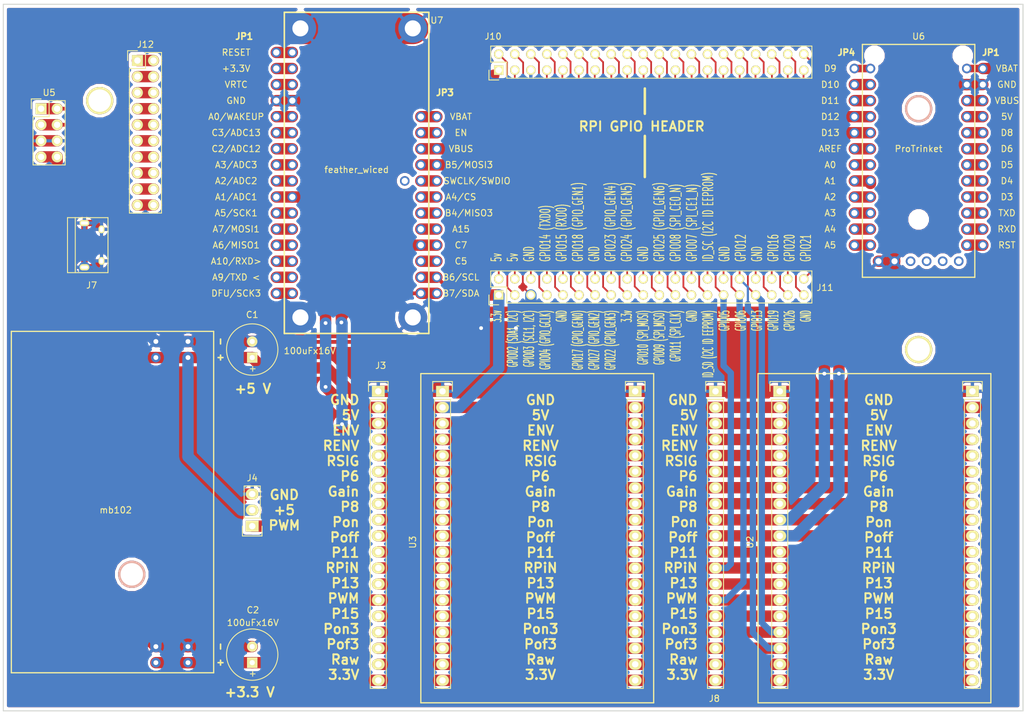
<source format=kicad_pcb>
(kicad_pcb (version 4) (host pcbnew no-vcs-found-product)
  (layers (0 F.Cu signal) (31 B.Cu signal) (34 B.Paste user) (35 F.Paste user) (36 B.SilkS user) (37 F.SilkS user) (38 B.Mask user) (39 F.Mask user) (44 Edge.Cuts user))
  (net 0 "")
  (net 1 AGND)
  (net 2 VDD_5V)
  (net 3 LCD_SCL)
  (net 4 LCD_SDA)
  (net 5 VDD_3V3)
  (net 6 fw_sigout)
  (net 7 track_pulse_a)
  (net 8 track_pulse_b)
  (net 9 SERVO_PWM)
  (net 10 fw_jp3_p1)
  (net 11 fw_jp3_p2)
  (net 12 fw_jp3_p5)
  (net 13 fw_jp3_p6)
  (net 14 fw_jp3_p7)
  (net 15 fw_jp3_p8)
  (net 16 fw_jp3_p10)
  (net 17 fw_jp1_1)
  (net 18 fw_jp1_2)
  (net 19 fw_jp1_3)
  (net 20 fw_jp1_4)
  (net 21 fw_jp1_5)
  (net 22 fw_jp1_6)
  (net 23 fw_jp1_8)
  (net 24 fw_jp1_9)
  (net 25 fw_jp1_10)
  (net 26 fw_jp1_11)
  (net 27 fw_jp1_12)
  (net 28 fw_jp1_14)
  (net 29 fw_jp1_15)
  (net 30 fw_jp1_16)
  (net 31 pt_jp4_p1)
  (net 32 pt_jp4_p2)
  (net 33 pt_jp4_p3)
  (net 34 pt_jp4_p4)
  (net 35 pt_jp4_p5)
  (net 36 pt_jp4_p6)
  (net 37 pt_jp4_p7)
  (net 38 pt_jp4_p10)
  (net 39 pt_jp4_p11)
  (net 40 pt_jp4_p12)
  (net 41 pt_jp1_p1)
  (net 42 pt_jp1_p2)
  (net 43 pt_jp1_p3)
  (net 44 pt_jp1_p4)
  (net 45 pt_jp1_p5)
  (net 46 pt_jp1_p6)
  (net 47 pt_jp1_p7)
  (net 48 pt_jp1_p8)
  (net 49 pt_jp1_p9)
  (net 50 pt_jp1_p10)
  (net 51 j12_1)
  (net 52 j12_3)
  (net 53 j12_5)
  (net 54 j12_7)
  (net 55 j12_9)
  (net 56 j12_11)
  (net 57 j12_13)
  (net 58 j12_15)
  (net 59 j12_17)
  (net 60 j12_19)
  (net 61 j10_3)
  (net 62 j10_2)
  (net 63 j10_4)
  (net 64 j10_6)
  (net 65 j10_7)
  (net 66 j10_8)
  (net 67 j10_9)
  (net 68 j10_10)
  (net 69 j10_11)
  (net 70 j10_12)
  (net 71 j10_13)
  (net 72 j10_14)
  (net 73 j10_15)
  (net 74 j10_16)
  (net 75 j10_17)
  (net 76 j10_18)
  (net 77 j10_19)
  (net 78 j10_20)
  (net 79 j10_21)
  (net 80 j10_22)
  (net 81 j10_23)
  (net 82 j10_24)
  (net 83 j10_25)
  (net 84 j10_26)
  (net 85 j10_27)
  (net 86 j10_28)
  (net 87 j10_30)
  (net 88 j10_34)
  (net 89 j10_35)
  (net 90 j10_36)
  (net 91 j10_37)
  (net 92 j10_38)
  (net 93 j10_39)
  (net 94 j10_40)
  (net 95 U2_4)
  (net 96 U2_5)
  (net 97 U2_6)
  (net 98 U2_7)
  (net 99 U2_8)
  (net 100 U2_11)
  (net 101 RPiN)
  (net 102 U2_13)
  (net 103 U2_15)
  (net 104 Pon3)
  (net 105 Pof3)
  (net 106 U2_18)
  (module Pin_Headers:Pin_Header_Straight_1x01 (layer B.Cu) (at 77.845 117.848)
    (fp_text reference REF** hide)
    (fp_text value Pin_Header_Straight_1x01 hide)
    (pad 1 thru_hole circle (at 0 0) (size 4.318 4.318) (drill 3.556) (layers *.Cu *.Mask B.SilkS))
  )
  (module Pin_Headers:Pin_Header_Straight_1x01 (layer B.Cu) (at 202.305 44.188)
    (fp_text reference REF** hide)
    (fp_text value Pin_Header_Straight_1x01 hide)
    (pad 1 thru_hole circle (at 0 0) (size 4.318 4.318) (drill 3.556) (layers *.Cu *.Mask B.SilkS))
  )
  (module Pin_Headers:Pin_Header_Straight_1x01 (layer F.Cu) (at 72.765 42.918)
    (fp_text reference REF** hide)
    (fp_text value Pin_Header_Straight_1x01 hide)
    (pad 1 thru_hole circle (at 0 0) (size 4.318 4.318) (drill 3.556) (layers *.Cu *.Mask F.SilkS))
  )
  (module Pin_Headers:Pin_Header_Straight_1x19 (layer F.Cu) (at 170.18 88.9)
    (fp_text reference J8 (at -0.18 48.6 180) (layer F.SilkS))
    (fp_text value Pin_Header_Straight_1x19 hide)
    (pad 1 thru_hole rect (at 0 0) (size 2.032 1.7272) (drill 1.016) (layers *.Cu *.Mask F.SilkS) (net 1 AGND))
    (pad 2 thru_hole oval (at 0 2.54) (size 2.032 1.7272) (drill 1.016) (layers *.Cu *.Mask F.SilkS) (net 2 VDD_5V))
    (pad 3 thru_hole oval (at 0 5.08) (size 2.032 1.7272) (drill 1.016) (layers *.Cu *.Mask F.SilkS) (net 6 fw_sigout))
    (pad 4 thru_hole oval (at 0 7.62) (size 2.032 1.7272) (drill 1.016) (layers *.Cu *.Mask F.SilkS) (net 95 U2_4))
    (pad 5 thru_hole oval (at 0 10.16) (size 2.032 1.7272) (drill 1.016) (layers *.Cu *.Mask F.SilkS) (net 96 U2_5))
    (pad 6 thru_hole oval (at 0 12.7) (size 2.032 1.7272) (drill 1.016) (layers *.Cu *.Mask F.SilkS) (net 97 U2_6))
    (pad 7 thru_hole oval (at 0 15.24) (size 2.032 1.7272) (drill 1.016) (layers *.Cu *.Mask F.SilkS) (net 98 U2_7))
    (pad 8 thru_hole oval (at 0 17.78) (size 2.032 1.7272) (drill 1.016) (layers *.Cu *.Mask F.SilkS) (net 99 U2_8))
    (pad 9 thru_hole oval (at 0 20.32) (size 2.032 1.7272) (drill 1.016) (layers *.Cu *.Mask F.SilkS) (net 7 track_pulse_a))
    (pad 10 thru_hole oval (at 0 22.86) (size 2.032 1.7272) (drill 1.016) (layers *.Cu *.Mask F.SilkS) (net 8 track_pulse_b))
    (pad 11 thru_hole oval (at 0 25.4) (size 2.032 1.7272) (drill 1.016) (layers *.Cu *.Mask F.SilkS) (net 100 U2_11))
    (pad 12 thru_hole oval (at 0 27.94) (size 2.032 1.7272) (drill 1.016) (layers *.Cu *.Mask F.SilkS) (net 101 RPiN))
    (pad 13 thru_hole oval (at 0 30.48) (size 2.032 1.7272) (drill 1.016) (layers *.Cu *.Mask F.SilkS) (net 102 U2_13))
    (pad 14 thru_hole oval (at 0 33.02) (size 2.032 1.7272) (drill 1.016) (layers *.Cu *.Mask F.SilkS) (net 9 SERVO_PWM))
    (pad 15 thru_hole oval (at 0 35.56) (size 2.032 1.7272) (drill 1.016) (layers *.Cu *.Mask F.SilkS) (net 103 U2_15))
    (pad 16 thru_hole oval (at 0 38.1) (size 2.032 1.7272) (drill 1.016) (layers *.Cu *.Mask F.SilkS) (net 104 Pon3))
    (pad 17 thru_hole oval (at 0 40.64) (size 2.032 1.7272) (drill 1.016) (layers *.Cu *.Mask F.SilkS) (net 105 Pof3))
    (pad 18 thru_hole oval (at 0 43.18) (size 2.032 1.7272) (drill 1.016) (layers *.Cu *.Mask F.SilkS) (net 106 U2_18))
    (pad 19 thru_hole oval (at 0 45.72) (size 2.032 1.7272) (drill 1.016) (layers *.Cu *.Mask F.SilkS) (net 5 VDD_3V3))
  )
  (module Pin_Headers:Pin_Header_Straight_1x19 (layer F.Cu) (at 180.34 88.9)
    (fp_text reference U2 (at -4.705 23.868 90) (layer F.SilkS))
    (fp_text value Pin_Header_Straight_1x19 hide)
    (pad 1 thru_hole rect (at 0 0) (size 2.032 1.7272) (drill 1.016) (layers *.Cu *.Mask F.SilkS) (net 1 AGND))
    (pad 2 thru_hole oval (at 0 2.54) (size 2.032 1.7272) (drill 1.016) (layers *.Cu *.Mask F.SilkS) (net 2 VDD_5V))
    (pad 3 thru_hole oval (at 0 5.08) (size 2.032 1.7272) (drill 1.016) (layers *.Cu *.Mask F.SilkS) (net 6 fw_sigout))
    (pad 4 thru_hole oval (at 0 7.62) (size 2.032 1.7272) (drill 1.016) (layers *.Cu *.Mask F.SilkS) (net 95 U2_4))
    (pad 5 thru_hole oval (at 0 10.16) (size 2.032 1.7272) (drill 1.016) (layers *.Cu *.Mask F.SilkS) (net 96 U2_5))
    (pad 6 thru_hole oval (at 0 12.7) (size 2.032 1.7272) (drill 1.016) (layers *.Cu *.Mask F.SilkS) (net 97 U2_6))
    (pad 7 thru_hole oval (at 0 15.24) (size 2.032 1.7272) (drill 1.016) (layers *.Cu *.Mask F.SilkS) (net 98 U2_7))
    (pad 8 thru_hole oval (at 0 17.78) (size 2.032 1.7272) (drill 1.016) (layers *.Cu *.Mask F.SilkS) (net 99 U2_8))
    (pad 9 thru_hole oval (at 0 20.32) (size 2.032 1.7272) (drill 1.016) (layers *.Cu *.Mask F.SilkS) (net 7 track_pulse_a))
    (pad 10 thru_hole oval (at 0 22.86) (size 2.032 1.7272) (drill 1.016) (layers *.Cu *.Mask F.SilkS) (net 8 track_pulse_b))
    (pad 11 thru_hole oval (at 0 25.4) (size 2.032 1.7272) (drill 1.016) (layers *.Cu *.Mask F.SilkS) (net 100 U2_11))
    (pad 12 thru_hole oval (at 0 27.94) (size 2.032 1.7272) (drill 1.016) (layers *.Cu *.Mask F.SilkS) (net 101 RPiN))
    (pad 13 thru_hole oval (at 0 30.48) (size 2.032 1.7272) (drill 1.016) (layers *.Cu *.Mask F.SilkS) (net 102 U2_13))
    (pad 14 thru_hole oval (at 0 33.02) (size 2.032 1.7272) (drill 1.016) (layers *.Cu *.Mask F.SilkS) (net 9 SERVO_PWM))
    (pad 15 thru_hole oval (at 0 35.56) (size 2.032 1.7272) (drill 1.016) (layers *.Cu *.Mask F.SilkS) (net 103 U2_15))
    (pad 16 thru_hole oval (at 0 38.1) (size 2.032 1.7272) (drill 1.016) (layers *.Cu *.Mask F.SilkS) (net 104 Pon3))
    (pad 17 thru_hole oval (at 0 40.64) (size 2.032 1.7272) (drill 1.016) (layers *.Cu *.Mask F.SilkS) (net 105 Pof3))
    (pad 18 thru_hole oval (at 0 43.18) (size 2.032 1.7272) (drill 1.016) (layers *.Cu *.Mask F.SilkS) (net 106 U2_18))
    (pad 19 thru_hole oval (at 0 45.72) (size 2.032 1.7272) (drill 1.016) (layers *.Cu *.Mask F.SilkS) (net 5 VDD_3V3))
  )
  (module Pin_Headers:Pin_Header_Straight_1x19 (layer F.Cu) (at 210.82 88.9)
    (fp_text reference U2_R hide)
    (fp_text value Pin_Header_Straight_1x19 hide)
    (pad 1 thru_hole rect (at 0 0) (size 2.032 1.7272) (drill 1.016) (layers *.Cu *.Mask F.SilkS) (net 1 AGND))
    (pad 2 thru_hole oval (at 0 2.54) (size 2.032 1.7272) (drill 1.016) (layers *.Cu *.Mask F.SilkS) (net 2 VDD_5V))
    (pad 3 thru_hole oval (at 0 5.08) (size 2.032 1.7272) (drill 1.016) (layers *.Cu *.Mask F.SilkS) (net 6 fw_sigout))
    (pad 4 thru_hole oval (at 0 7.62) (size 2.032 1.7272) (drill 1.016) (layers *.Cu *.Mask F.SilkS) (net 95 U2_4))
    (pad 5 thru_hole oval (at 0 10.16) (size 2.032 1.7272) (drill 1.016) (layers *.Cu *.Mask F.SilkS) (net 96 U2_5))
    (pad 6 thru_hole oval (at 0 12.7) (size 2.032 1.7272) (drill 1.016) (layers *.Cu *.Mask F.SilkS) (net 97 U2_6))
    (pad 7 thru_hole oval (at 0 15.24) (size 2.032 1.7272) (drill 1.016) (layers *.Cu *.Mask F.SilkS) (net 98 U2_7))
    (pad 8 thru_hole oval (at 0 17.78) (size 2.032 1.7272) (drill 1.016) (layers *.Cu *.Mask F.SilkS) (net 99 U2_8))
    (pad 9 thru_hole oval (at 0 20.32) (size 2.032 1.7272) (drill 1.016) (layers *.Cu *.Mask F.SilkS) (net 7 track_pulse_a))
    (pad 10 thru_hole oval (at 0 22.86) (size 2.032 1.7272) (drill 1.016) (layers *.Cu *.Mask F.SilkS) (net 8 track_pulse_b))
    (pad 11 thru_hole oval (at 0 25.4) (size 2.032 1.7272) (drill 1.016) (layers *.Cu *.Mask F.SilkS) (net 100 U2_11))
    (pad 12 thru_hole oval (at 0 27.94) (size 2.032 1.7272) (drill 1.016) (layers *.Cu *.Mask F.SilkS) (net 101 RPiN))
    (pad 13 thru_hole oval (at 0 30.48) (size 2.032 1.7272) (drill 1.016) (layers *.Cu *.Mask F.SilkS) (net 102 U2_13))
    (pad 14 thru_hole oval (at 0 33.02) (size 2.032 1.7272) (drill 1.016) (layers *.Cu *.Mask F.SilkS) (net 9 SERVO_PWM))
    (pad 15 thru_hole oval (at 0 35.56) (size 2.032 1.7272) (drill 1.016) (layers *.Cu *.Mask F.SilkS) (net 103 U2_15))
    (pad 16 thru_hole oval (at 0 38.1) (size 2.032 1.7272) (drill 1.016) (layers *.Cu *.Mask F.SilkS) (net 104 Pon3))
    (pad 17 thru_hole oval (at 0 40.64) (size 2.032 1.7272) (drill 1.016) (layers *.Cu *.Mask F.SilkS) (net 105 Pof3))
    (pad 18 thru_hole oval (at 0 43.18) (size 2.032 1.7272) (drill 1.016) (layers *.Cu *.Mask F.SilkS) (net 106 U2_18))
    (pad 19 thru_hole oval (at 0 45.72) (size 2.032 1.7272) (drill 1.016) (layers *.Cu *.Mask F.SilkS) (net 5 VDD_3V3))
  )
  (module footprint:TrinketPro (layer F.Cu) (at 209.925 65.778)
    (fp_text reference U6 (at -7.62 -33.02) (layer F.SilkS))
    (fp_text value ProTrinket (at -7.62 -15.24) (layer F.SilkS))
    (fp_text user JP4 (at -19.05 -30.48) (layer F.SilkS) (effects (font (thickness 0.25))))
    (fp_text user JP1 (at 3.81 -30.48) (layer F.SilkS) (effects (font (thickness 0.25))))
    (fp_text user D13 (at -21.59 -17.78) (layer F.SilkS))
    (fp_text user A5 (at -21.59 0) (layer F.SilkS))
    (fp_text user A4 (at -21.59 -2.54) (layer F.SilkS))
    (fp_text user A3 (at -21.59 -5.08) (layer F.SilkS))
    (fp_text user A2 (at -21.59 -7.62) (layer F.SilkS))
    (fp_text user A1 (at -21.59 -10.16) (layer F.SilkS))
    (fp_text user A0 (at -21.59 -12.7) (layer F.SilkS))
    (fp_text user AREF (at -21.59 -15.24) (layer F.SilkS))
    (fp_text user D12 (at -21.59 -20.32) (layer F.SilkS))
    (fp_text user D11 (at -21.59 -22.86) (layer F.SilkS))
    (fp_text user D10 (at -21.59 -25.4) (layer F.SilkS))
    (fp_text user D9 (at -21.59 -27.94) (layer F.SilkS))
    (fp_text user RST (at 6.35 0) (layer F.SilkS))
    (fp_text user RXD (at 6.35 -2.54) (layer F.SilkS))
    (fp_text user TXD (at 6.35 -5.08) (layer F.SilkS))
    (fp_text user D3 (at 6.35 -7.62) (layer F.SilkS))
    (fp_text user D4 (at 6.35 -10.16) (layer F.SilkS))
    (fp_text user D5 (at 6.35 -12.7) (layer F.SilkS))
    (fp_text user D6 (at 6.35 -15.24) (layer F.SilkS))
    (fp_text user D8 (at 6.35 -17.78) (layer F.SilkS))
    (fp_text user 5V (at 6.35 -20.32) (layer F.SilkS))
    (fp_text user VBUS (at 6.35 -22.86) (layer F.SilkS))
    (fp_text user GND (at 6.35 -25.4) (layer F.SilkS))
    (fp_text user VBAT (at 6.35 -27.94) (layer F.SilkS))
    (pad 12 thru_hole circle (at -17.78 -27.94) (size 1.524 1.524) (drill 0.9652) (layers *.Cu *.Mask) (net 40 pt_jp4_p12))
    (pad 11 thru_hole circle (at -17.78 -25.4) (size 1.524 1.524) (drill 0.9652) (layers *.Cu *.Mask) (net 39 pt_jp4_p11))
    (pad 10 thru_hole circle (at -17.78 -22.86) (size 1.524 1.524) (drill 0.9652) (layers *.Cu *.Mask) (net 38 pt_jp4_p10))
    (pad 9 thru_hole circle (at -17.78 -20.32) (size 1.524 1.524) (drill 0.9652) (layers *.Cu *.Mask) (net 7 track_pulse_a))
    (pad 8 thru_hole circle (at -17.78 -17.78) (size 1.524 1.524) (drill 0.9652) (layers *.Cu *.Mask) (net 8 track_pulse_b))
    (pad 7 thru_hole circle (at -17.78 -15.24) (size 1.524 1.524) (drill 0.9652) (layers *.Cu *.Mask) (net 37 pt_jp4_p7))
    (pad 6 thru_hole circle (at -17.78 -12.7) (size 1.524 1.524) (drill 0.9652) (layers *.Cu *.Mask) (net 36 pt_jp4_p6))
    (pad 5 thru_hole circle (at -17.78 -10.16) (size 1.524 1.524) (drill 0.9652) (layers *.Cu *.Mask) (net 35 pt_jp4_p5))
    (pad 4 thru_hole circle (at -17.78 -7.62) (size 1.524 1.524) (drill 0.9652) (layers *.Cu *.Mask) (net 34 pt_jp4_p4))
    (pad 3 thru_hole circle (at -17.78 -5.08) (size 1.524 1.524) (drill 0.9652) (layers *.Cu *.Mask) (net 33 pt_jp4_p3))
    (pad 2 thru_hole circle (at -17.78 -2.54) (size 1.524 1.524) (drill 0.9652) (layers *.Cu *.Mask) (net 32 pt_jp4_p2))
    (pad 1 thru_hole circle (at -17.78 0) (size 1.524 1.524) (drill 0.9652) (layers *.Cu *.Mask) (net 31 pt_jp4_p1))
    (pad 12 thru_hole circle (at 2.54 -27.94) (size 1.524 1.524) (drill 0.9652) (layers *.Cu *.Mask) (net 2 VDD_5V))
    (pad 11 thru_hole circle (at 2.54 -25.4) (size 1.524 1.524) (drill 0.9652) (layers *.Cu *.Mask) (net 1 AGND))
    (pad 10 thru_hole circle (at 2.54 -22.86) (size 1.524 1.524) (drill 0.9652) (layers *.Cu *.Mask) (net 50 pt_jp1_p10))
    (pad 9 thru_hole circle (at 2.54 -20.32) (size 1.524 1.524) (drill 0.9652) (layers *.Cu *.Mask) (net 49 pt_jp1_p9))
    (pad 8 thru_hole circle (at 2.54 -17.78) (size 1.524 1.524) (drill 0.9652) (layers *.Cu *.Mask) (net 48 pt_jp1_p8))
    (pad 7 thru_hole circle (at 2.54 -15.24) (size 1.524 1.524) (drill 0.9652) (layers *.Cu *.Mask) (net 47 pt_jp1_p7))
    (pad 6 thru_hole circle (at 2.54 -12.7) (size 1.524 1.524) (drill 0.9652) (layers *.Cu *.Mask) (net 46 pt_jp1_p6))
    (pad 5 thru_hole circle (at 2.54 -10.16) (size 1.524 1.524) (drill 0.9652) (layers *.Cu *.Mask) (net 45 pt_jp1_p5))
    (pad 4 thru_hole circle (at 2.54 -7.62) (size 1.524 1.524) (drill 0.9652) (layers *.Cu *.Mask) (net 44 pt_jp1_p4))
    (pad 3 thru_hole circle (at 2.54 -5.08) (size 1.524 1.524) (drill 0.9652) (layers *.Cu *.Mask) (net 43 pt_jp1_p3))
    (pad 2 thru_hole circle (at 2.54 -2.54) (size 1.524 1.524) (drill 0.9652) (layers *.Cu *.Mask) (net 42 pt_jp1_p2))
    (pad 1 thru_hole circle (at 2.54 0) (size 1.524 1.524) (drill 0.9652) (layers *.Cu *.Mask) (net 41 pt_jp1_p1))
    (pad 12 thru_hole circle (at 0 -27.94) (size 1.524 1.524) (drill 0.9652) (layers *.Cu *.Mask) (net 2 VDD_5V))
    (pad 11 thru_hole circle (at 0 -25.4) (size 1.524 1.524) (drill 0.9652) (layers *.Cu *.Mask) (net 1 AGND))
    (pad 10 thru_hole circle (at 0 -22.86) (size 1.524 1.524) (drill 0.9652) (layers *.Cu *.Mask) (net 50 pt_jp1_p10))
    (pad 9 thru_hole circle (at 0 -20.32) (size 1.524 1.524) (drill 0.9652) (layers *.Cu *.Mask) (net 49 pt_jp1_p9))
    (pad 8 thru_hole circle (at 0 -17.78) (size 1.524 1.524) (drill 0.9652) (layers *.Cu *.Mask) (net 48 pt_jp1_p8))
    (pad 7 thru_hole circle (at 0 -15.24) (size 1.524 1.524) (drill 0.9652) (layers *.Cu *.Mask) (net 47 pt_jp1_p7))
    (pad 6 thru_hole circle (at 0 -12.7) (size 1.524 1.524) (drill 0.9652) (layers *.Cu *.Mask) (net 46 pt_jp1_p6))
    (pad 5 thru_hole circle (at 0 -10.16) (size 1.524 1.524) (drill 0.9652) (layers *.Cu *.Mask) (net 45 pt_jp1_p5))
    (pad 4 thru_hole circle (at 0 -7.62) (size 1.524 1.524) (drill 0.9652) (layers *.Cu *.Mask) (net 44 pt_jp1_p4))
    (pad 3 thru_hole circle (at 0 -5.08) (size 1.524 1.524) (drill 0.9652) (layers *.Cu *.Mask) (net 43 pt_jp1_p3))
    (pad 2 thru_hole circle (at 0 -2.54) (size 1.524 1.524) (drill 0.9652) (layers *.Cu *.Mask) (net 42 pt_jp1_p2))
    (pad 1 thru_hole circle (at 0 0) (size 1.524 1.524) (drill 0.9652) (layers *.Cu *.Mask) (net 41 pt_jp1_p1))
    (pad 12 thru_hole circle (at -15.24 -27.94) (size 1.524 1.524) (drill 0.9652) (layers *.Cu *.Mask) (net 40 pt_jp4_p12))
    (pad 11 thru_hole circle (at -15.24 -25.4) (size 1.524 1.524) (drill 0.9652) (layers *.Cu *.Mask) (net 39 pt_jp4_p11))
    (pad 10 thru_hole circle (at -15.24 -22.86) (size 1.524 1.524) (drill 0.9652) (layers *.Cu *.Mask) (net 38 pt_jp4_p10))
    (pad 9 thru_hole circle (at -15.24 -20.32) (size 1.524 1.524) (drill 0.9652) (layers *.Cu *.Mask) (net 7 track_pulse_a))
    (pad 8 thru_hole circle (at -15.24 -17.78) (size 1.524 1.524) (drill 0.9652) (layers *.Cu *.Mask) (net 8 track_pulse_b))
    (pad 7 thru_hole circle (at -15.24 -15.24) (size 1.524 1.524) (drill 0.9652) (layers *.Cu *.Mask) (net 37 pt_jp4_p7))
    (pad 6 thru_hole circle (at -15.24 -12.7) (size 1.524 1.524) (drill 0.9652) (layers *.Cu *.Mask) (net 36 pt_jp4_p6))
    (pad 5 thru_hole circle (at -15.24 -10.16) (size 1.524 1.524) (drill 0.9652) (layers *.Cu *.Mask) (net 35 pt_jp4_p5))
    (pad 4 thru_hole circle (at -15.24 -7.62) (size 1.524 1.524) (drill 0.9652) (layers *.Cu *.Mask) (net 34 pt_jp4_p4))
    (pad 3 thru_hole circle (at -15.24 -5.08) (size 1.524 1.524) (drill 0.9652) (layers *.Cu *.Mask) (net 33 pt_jp4_p3))
    (pad 2 thru_hole circle (at -15.24 -2.54) (size 1.524 1.524) (drill 0.9652) (layers *.Cu *.Mask) (net 32 pt_jp4_p2))
    (pad 1 thru_hole circle (at -15.24 0) (size 1.524 1.524) (drill 0.9652) (layers *.Cu *.Mask) (net 31 pt_jp4_p1))
    (pad 1 thru_hole circle (at -13.97 2.54) (size 1.524 1.524) (drill 0.9652) (layers *.Cu *.Mask) (net 1 AGND))
    (pad 2 thru_hole circle (at -11.43 2.54) (size 1.524 1.524) (drill 0.9652) (layers *.Cu *.Mask) (net 1 AGND))
    (pad 3 thru_hole circle (at -8.89 2.54) (size 1.524 1.524) (drill 0.9652) (layers *.Cu *.Mask))
    (pad 4 thru_hole circle (at -6.35 2.54) (size 1.524 1.524) (drill 0.9652) (layers *.Cu *.Mask))
    (pad 5 thru_hole circle (at -3.81 2.54) (size 1.524 1.524) (drill 0.9652) (layers *.Cu *.Mask))
    (pad 6 thru_hole circle (at -1.27 2.54) (size 1.524 1.524) (drill 0.9652) (layers *.Cu *.Mask))
    (pad "" np_thru_hole circle (at -14.605 -29.972) (size 2.286 2.286) (drill 2.286) (layers *.Cu *.Mask))
    (pad "" np_thru_hole circle (at -0.635 -29.972) (size 2.286 2.286) (drill 2.286) (layers *.Cu *.Mask))
    (pad "" np_thru_hole circle (at -7.62 -4.064) (size 2.286 2.286) (drill 2.286) (layers *.Cu *.Mask))
  )
  (module footprint:mb102 (layer F.Cu) (at 58.795 81.018 270)
    (fp_text reference MB102 hide)
    (fp_text value mb102 (at 26.67 -16.51 360) (layer F.SilkS))
    (fp_text user + (at 2.54 -33.02 270) (layer F.SilkS) (effects (font (thickness 0.25))))
    (fp_text user - (at 0 -33.02 270) (layer F.SilkS) (effects (font (thickness 0.25))))
    (fp_text user - (at 48.26 -33.02 270) (layer F.SilkS) (effects (font (thickness 0.25))))
    (fp_text user + (at 50.8 -33.02 270) (layer F.SilkS) (effects (font (thickness 0.25))))
    (pad 1 thru_hole circle (at 0 -27.94 270) (size 1.524 1.524) (drill 0.762) (layers *.Cu *.Mask) (net 1 AGND))
    (pad 2 thru_hole circle (at 2.54 -27.94 270) (size 1.524 1.524) (drill 0.762) (layers *.Cu *.Mask) (net 2 VDD_5V))
    (pad 3 thru_hole circle (at 0 -22.86 270) (size 1.524 1.524) (drill 0.762) (layers *.Cu *.Mask) (net 1 AGND))
    (pad 4 thru_hole circle (at 2.54 -22.86 270) (size 1.524 1.524) (drill 0.762) (layers *.Cu *.Mask) (net 2 VDD_5V))
    (pad 5 thru_hole circle (at 48.26 -27.94 270) (size 1.524 1.524) (drill 0.762) (layers *.Cu *.Mask) (net 1 AGND))
    (pad 6 thru_hole circle (at 50.8 -27.94 270) (size 1.524 1.524) (drill 0.762) (layers *.Cu *.Mask) (net 5 VDD_3V3))
    (pad 7 thru_hole circle (at 48.26 -22.86 270) (size 1.524 1.524) (drill 0.762) (layers *.Cu *.Mask) (net 1 AGND))
    (pad 8 thru_hole circle (at 50.8 -22.86 270) (size 1.524 1.524) (drill 0.762) (layers *.Cu *.Mask) (net 5 VDD_3V3))
  )
  (module Discret:C1V8 (layer F.Cu) (at 96.895 82.288 90)
    (fp_text reference C1 (at 5.5 0 180) (layer F.SilkS))
    (fp_text value 100uFx16V (at -0.212 9.105 180) (layer F.SilkS))
    (fp_text user + (at -3.04546 0 90) (layer F.SilkS))
    (pad 1 thru_hole rect (at -1.27 0 90) (size 1.651 1.651) (drill 0.8128) (layers *.Cu *.Mask F.SilkS) (net 2 VDD_5V))
    (pad 2 thru_hole circle (at 1.27 0 90) (size 1.651 1.651) (drill 0.8128) (layers *.Cu *.Mask F.SilkS) (net 1 AGND))
  )
  (module Discret:C1V8 (layer F.Cu) (at 96.895 130.548 90)
    (fp_text reference C2 (at 7.048 0.105 180) (layer F.SilkS))
    (fp_text value 100uFx16V (at 5.048 0.105 180) (layer F.SilkS))
    (fp_text user + (at -3.04546 0 90) (layer F.SilkS))
    (pad 1 thru_hole rect (at -1.27 0 90) (size 1.651 1.651) (drill 0.8128) (layers *.Cu *.Mask F.SilkS) (net 5 VDD_3V3))
    (pad 2 thru_hole circle (at 1.27 0 90) (size 1.651 1.651) (drill 0.8128) (layers *.Cu *.Mask F.SilkS) (net 1 AGND))
  )
  (module footprint:feather_wiced (layer F.Cu) (at 113.405 54.348)
    (fp_text reference U7 (at 12.7 -24.13) (layer F.SilkS))
    (fp_text value feather_wiced (at 0 -0.5) (layer F.SilkS))
    (fp_text user B7/SDA (at 16.51 19.05) (layer F.SilkS))
    (fp_text user B6/SCL (at 16.51 16.51) (layer F.SilkS))
    (fp_text user C5 (at 16.51 13.97) (layer F.SilkS))
    (fp_text user C7 (at 16.51 11.43) (layer F.SilkS))
    (fp_text user JP3 (at 13.97 -12.7) (layer F.SilkS) (effects (font (size 1.016 1.016) (thickness 0.254))))
    (fp_text user SWCLK/SWDIO (at 19.05 1.27) (layer F.SilkS))
    (fp_text user B4/MISO3 (at 17.78 6.35) (layer F.SilkS))
    (fp_text user A4/CS (at 16.51 3.81) (layer F.SilkS))
    (fp_text user A15 (at 16.51 8.89) (layer F.SilkS))
    (fp_text user B5/MOSI3 (at 17.78 -1.27) (layer F.SilkS))
    (fp_text user VBUS (at 16.51 -3.81) (layer F.SilkS))
    (fp_text user EN (at 16.51 -6.35) (layer F.SilkS))
    (fp_text user VBAT (at 16.51 -8.89) (layer F.SilkS))
    (fp_text user RESET (at -19.05 -19.05) (layer F.SilkS))
    (fp_text user +3.3V (at -19.05 -16.51) (layer F.SilkS))
    (fp_text user VRTC (at -19.05 -13.97) (layer F.SilkS))
    (fp_text user GND (at -19.05 -11.43) (layer F.SilkS))
    (fp_text user A0/WAKEUP (at -19.05 -8.89) (layer F.SilkS))
    (fp_text user C3/ADC13 (at -19.05 -6.35) (layer F.SilkS))
    (fp_text user C2/ADC12 (at -19.05 -3.81) (layer F.SilkS))
    (fp_text user A3/ADC3 (at -19.05 -1.27) (layer F.SilkS))
    (fp_text user A2/ADC2 (at -19.05 1.27) (layer F.SilkS))
    (fp_text user A1/ADC1 (at -19.05 3.81) (layer F.SilkS))
    (fp_text user A5/SCK1 (at -19.05 6.35) (layer F.SilkS))
    (fp_text user A7/MOSI1 (at -19.05 8.89) (layer F.SilkS))
    (fp_text user A6/MISO1 (at -19.05 11.43) (layer F.SilkS))
    (fp_text user A10/RXD> (at -19.05 13.97) (layer F.SilkS))
    (fp_text user "A9/TXD <" (at -19.05 16.51) (layer F.SilkS))
    (fp_text user DFU/SCK3 (at -19.05 19.05) (layer F.SilkS))
    (fp_text user JP1 (at -17.78 -21.59) (layer F.SilkS) (effects (font (size 1.016 1.016) (thickness 0.254))))
    (pad 1 thru_hole circle (at 12.7 -8.89) (size 1.524 1.524) (drill 0.9906) (layers *.Cu *.Mask) (net 10 fw_jp3_p1))
    (pad 2 thru_hole circle (at 12.7 -6.35) (size 1.524 1.524) (drill 0.9906) (layers *.Cu *.Mask) (net 11 fw_jp3_p2))
    (pad 3 thru_hole circle (at 12.7 -3.81) (size 1.524 1.524) (drill 0.9906) (layers *.Cu *.Mask) (net 2 VDD_5V))
    (pad 4 thru_hole circle (at 12.7 -1.27) (size 1.524 1.524) (drill 0.9906) (layers *.Cu *.Mask) (net 7 track_pulse_a))
    (pad 5 thru_hole circle (at 12.7 1.27) (size 1.524 1.524) (drill 0.9906) (layers *.Cu *.Mask) (net 12 fw_jp3_p5))
    (pad 6 thru_hole circle (at 12.7 3.81) (size 1.524 1.524) (drill 0.9906) (layers *.Cu *.Mask) (net 13 fw_jp3_p6))
    (pad 7 thru_hole circle (at 12.7 6.35) (size 1.524 1.524) (drill 0.9906) (layers *.Cu *.Mask) (net 14 fw_jp3_p7))
    (pad 8 thru_hole circle (at 12.7 8.89) (size 1.524 1.524) (drill 0.9906) (layers *.Cu *.Mask) (net 15 fw_jp3_p8))
    (pad 9 thru_hole circle (at 12.7 11.43) (size 1.524 1.524) (drill 0.9906) (layers *.Cu *.Mask) (net 9 SERVO_PWM))
    (pad 10 thru_hole circle (at 12.7 13.97) (size 1.524 1.524) (drill 0.9906) (layers *.Cu *.Mask) (net 16 fw_jp3_p10))
    (pad 11 thru_hole circle (at 12.7 16.51) (size 1.524 1.524) (drill 0.9906) (layers *.Cu *.Mask) (net 3 LCD_SCL))
    (pad 12 thru_hole circle (at 12.7 19.05) (size 1.524 1.524) (drill 0.9906) (layers *.Cu *.Mask) (net 4 LCD_SDA))
    (pad 16 thru_hole circle (at -12.7 -19.05) (size 1.524 1.524) (drill 0.9906) (layers *.Cu *.Mask) (net 30 fw_jp1_16))
    (pad 15 thru_hole circle (at -12.7 -16.51) (size 1.524 1.524) (drill 0.9906) (layers *.Cu *.Mask) (net 29 fw_jp1_15))
    (pad 14 thru_hole circle (at -12.7 -13.97) (size 1.524 1.524) (drill 0.9906) (layers *.Cu *.Mask) (net 28 fw_jp1_14))
    (pad 13 thru_hole circle (at -12.7 -11.43) (size 1.524 1.524) (drill 0.9906) (layers *.Cu *.Mask) (net 1 AGND))
    (pad 12 thru_hole circle (at -12.7 -8.89) (size 1.524 1.524) (drill 0.9906) (layers *.Cu *.Mask) (net 27 fw_jp1_12))
    (pad 11 thru_hole circle (at -12.7 -6.35) (size 1.524 1.524) (drill 0.9906) (layers *.Cu *.Mask) (net 26 fw_jp1_11))
    (pad 10 thru_hole circle (at -12.7 -3.81) (size 1.524 1.524) (drill 0.9906) (layers *.Cu *.Mask) (net 25 fw_jp1_10))
    (pad 9 thru_hole circle (at -12.7 -1.27) (size 1.524 1.524) (drill 0.9906) (layers *.Cu *.Mask) (net 24 fw_jp1_9))
    (pad 8 thru_hole circle (at -12.7 1.27) (size 1.524 1.524) (drill 0.9906) (layers *.Cu *.Mask) (net 23 fw_jp1_8))
    (pad 7 thru_hole circle (at -12.7 3.81) (size 1.524 1.524) (drill 0.9906) (layers *.Cu *.Mask) (net 6 fw_sigout))
    (pad 6 thru_hole circle (at -12.7 6.35) (size 1.524 1.524) (drill 0.9906) (layers *.Cu *.Mask) (net 22 fw_jp1_6))
    (pad 5 thru_hole circle (at -12.7 8.89) (size 1.524 1.524) (drill 0.9906) (layers *.Cu *.Mask) (net 21 fw_jp1_5))
    (pad 4 thru_hole circle (at -12.7 11.43) (size 1.524 1.524) (drill 0.9906) (layers *.Cu *.Mask) (net 20 fw_jp1_4))
    (pad 3 thru_hole circle (at -12.7 13.97) (size 1.524 1.524) (drill 0.9906) (layers *.Cu *.Mask) (net 19 fw_jp1_3))
    (pad 2 thru_hole circle (at -12.7 16.51) (size 1.524 1.524) (drill 0.9906) (layers *.Cu *.Mask) (net 18 fw_jp1_2))
    (pad 1 thru_hole circle (at -12.7 19.05) (size 1.524 1.524) (drill 0.9906) (layers *.Cu *.Mask) (net 17 fw_jp1_1))
    (pad 0 thru_hole circle (at -8.89 -22.86) (size 4.572 4.572) (drill 2.54) (layers *.Cu *.Mask) (net 1 AGND))
    (pad 0 thru_hole circle (at -8.89 22.86) (size 4.572 4.572) (drill 2.54) (layers *.Cu *.Mask) (net 1 AGND))
    (pad 0 thru_hole circle (at 8.89 22.86) (size 4.572 4.572) (drill 2.54) (layers *.Cu *.Mask) (net 1 AGND))
    (pad 0 thru_hole circle (at 8.89 -22.86) (size 4.572 4.572) (drill 2.54) (layers *.Cu *.Mask) (net 1 AGND))
    (pad 1 thru_hole circle (at -10.16 19.05) (size 1.524 1.524) (drill 0.9906) (layers *.Cu *.Mask) (net 17 fw_jp1_1))
    (pad 2 thru_hole circle (at -10.16 16.51) (size 1.524 1.524) (drill 0.9906) (layers *.Cu *.Mask) (net 18 fw_jp1_2))
    (pad 3 thru_hole circle (at -10.16 13.97) (size 1.524 1.524) (drill 0.9906) (layers *.Cu *.Mask) (net 19 fw_jp1_3))
    (pad 4 thru_hole circle (at -10.16 11.43) (size 1.524 1.524) (drill 0.9906) (layers *.Cu *.Mask) (net 20 fw_jp1_4))
    (pad 5 thru_hole circle (at -10.16 8.89) (size 1.524 1.524) (drill 0.9906) (layers *.Cu *.Mask) (net 21 fw_jp1_5))
    (pad 6 thru_hole circle (at -10.16 6.35) (size 1.524 1.524) (drill 0.9906) (layers *.Cu *.Mask) (net 22 fw_jp1_6))
    (pad 7 thru_hole circle (at -10.16 3.81) (size 1.524 1.524) (drill 0.9906) (layers *.Cu *.Mask) (net 6 fw_sigout))
    (pad 8 thru_hole circle (at -10.16 1.27) (size 1.524 1.524) (drill 0.9906) (layers *.Cu *.Mask) (net 23 fw_jp1_8))
    (pad 9 thru_hole circle (at -10.16 -1.27) (size 1.524 1.524) (drill 0.9906) (layers *.Cu *.Mask) (net 24 fw_jp1_9))
    (pad 10 thru_hole circle (at -10.16 -3.81) (size 1.524 1.524) (drill 0.9906) (layers *.Cu *.Mask) (net 25 fw_jp1_10))
    (pad 11 thru_hole circle (at -10.16 -6.35) (size 1.524 1.524) (drill 0.9906) (layers *.Cu *.Mask) (net 26 fw_jp1_11))
    (pad 12 thru_hole circle (at -10.16 -8.89) (size 1.524 1.524) (drill 0.9906) (layers *.Cu *.Mask) (net 27 fw_jp1_12))
    (pad 13 thru_hole circle (at -10.16 -11.43) (size 1.524 1.524) (drill 0.9906) (layers *.Cu *.Mask) (net 1 AGND))
    (pad 14 thru_hole circle (at -10.16 -13.97) (size 1.524 1.524) (drill 0.9906) (layers *.Cu *.Mask) (net 28 fw_jp1_14))
    (pad 15 thru_hole circle (at -10.16 -16.51) (size 1.524 1.524) (drill 0.9906) (layers *.Cu *.Mask) (net 29 fw_jp1_15))
    (pad 16 thru_hole circle (at -10.16 -19.05) (size 1.524 1.524) (drill 0.9906) (layers *.Cu *.Mask) (net 30 fw_jp1_16))
    (pad 12 thru_hole circle (at 10.16 19.05) (size 1.524 1.524) (drill 0.9906) (layers *.Cu *.Mask) (net 4 LCD_SDA))
    (pad 11 thru_hole circle (at 10.16 16.51) (size 1.524 1.524) (drill 0.9906) (layers *.Cu *.Mask) (net 3 LCD_SCL))
    (pad 10 thru_hole circle (at 10.16 13.97) (size 1.524 1.524) (drill 0.9906) (layers *.Cu *.Mask) (net 16 fw_jp3_p10))
    (pad 9 thru_hole circle (at 10.16 11.43) (size 1.524 1.524) (drill 0.9906) (layers *.Cu *.Mask) (net 9 SERVO_PWM))
    (pad 8 thru_hole circle (at 10.16 8.89) (size 1.524 1.524) (drill 0.9906) (layers *.Cu *.Mask) (net 15 fw_jp3_p8))
    (pad 7 thru_hole circle (at 10.16 6.35) (size 1.524 1.524) (drill 0.9906) (layers *.Cu *.Mask) (net 14 fw_jp3_p7))
    (pad 6 thru_hole circle (at 10.16 3.81) (size 1.524 1.524) (drill 0.9906) (layers *.Cu *.Mask) (net 13 fw_jp3_p6))
    (pad 5 thru_hole circle (at 10.16 1.27) (size 1.524 1.524) (drill 0.9906) (layers *.Cu *.Mask) (net 12 fw_jp3_p5))
    (pad 4 thru_hole circle (at 10.16 -1.27) (size 1.524 1.524) (drill 0.9906) (layers *.Cu *.Mask) (net 7 track_pulse_a))
    (pad 3 thru_hole circle (at 10.16 -3.81) (size 1.524 1.524) (drill 0.9906) (layers *.Cu *.Mask) (net 2 VDD_5V))
    (pad 2 thru_hole circle (at 10.16 -6.35) (size 1.524 1.524) (drill 0.9906) (layers *.Cu *.Mask) (net 11 fw_jp3_p2))
    (pad 1 thru_hole circle (at 10.16 -8.89) (size 1.524 1.524) (drill 0.9906) (layers *.Cu *.Mask) (net 10 fw_jp3_p1))
    (pad 1 thru_hole circle (at 7.62 1.27) (size 1.524 1.524) (drill 0.9906) (layers *.Cu *.Mask))
  )
  (module Pin_Headers:Pin_Header_Straight_1x03 (layer F.Cu) (at 96.895 110.228 180)
    (fp_text reference J4 (at 0 7.62 360) (layer F.SilkS))
    (fp_text value Pin_Header_Straight_1x03 hide)
    (pad 1 thru_hole rect (at 0 0 180) (size 2.032 1.7272) (drill 1.016) (layers *.Cu *.Mask F.SilkS) (net 9 SERVO_PWM))
    (pad 2 thru_hole oval (at 0 2.54 180) (size 2.032 1.7272) (drill 1.016) (layers *.Cu *.Mask F.SilkS) (net 2 VDD_5V))
    (pad 3 thru_hole oval (at 0 5.08 180) (size 2.032 1.7272) (drill 1.016) (layers *.Cu *.Mask F.SilkS) (net 1 AGND))
  )
  (module Connect:USB_Micro-B (layer F.Cu) (at 71.495 65.778 270)
    (fp_text reference J7 (at 6.35 0 360) (layer F.SilkS))
    (fp_text value USB_Micro-B hide)
    (pad 1 smd rect (at -1.3009 -1.56254) (size 1.35 0.3) (layers F.Cu F.Paste F.Mask) (net 2 VDD_5V))
    (pad 2 smd rect (at -0.6509 -1.56254) (size 1.35 0.3) (layers F.Cu F.Paste F.Mask))
    (pad 3 smd rect (at -0.0009 -1.56254) (size 1.35 0.3) (layers F.Cu F.Paste F.Mask))
    (pad 4 smd rect (at 0.6491 -1.56254) (size 1.35 0.3) (layers F.Cu F.Paste F.Mask))
    (pad 5 smd rect (at 1.2991 -1.56254) (size 1.35 0.3) (layers F.Cu F.Paste F.Mask) (net 1 AGND))
    (pad 6 thru_hole oval (at -2.5009 -1.56254) (size 0.95 1.25) (drill oval 0.55 0.85) (layers *.Cu *.Mask F.SilkS) (net 1 AGND))
    (pad 6 thru_hole oval (at 2.4991 -1.56254) (size 0.95 1.25) (drill oval 0.55 0.85) (layers *.Cu *.Mask F.SilkS) (net 1 AGND))
    (pad 6 thru_hole oval (at -3.5009 1.13746) (size 1.55 1) (drill oval 1.15 0.5) (layers *.Cu *.Mask F.SilkS) (net 1 AGND))
    (pad 6 thru_hole oval (at 3.4991 1.13746) (size 1.55 1) (drill oval 1.15 0.5) (layers *.Cu *.Mask F.SilkS) (net 1 AGND))
  )
  (module Pin_Headers:Pin_Header_Straight_1x19 (layer F.Cu) (at 157.48 88.9)
    (fp_text reference U3_R hide)
    (fp_text value Pin_Header_Straight_1x19 hide)
    (pad 1 thru_hole rect (at 0 0) (size 2.032 1.7272) (drill 1.016) (layers *.Cu *.Mask F.SilkS) (net 1 AGND))
    (pad 2 thru_hole oval (at 0 2.54) (size 2.032 1.7272) (drill 1.016) (layers *.Cu *.Mask F.SilkS) (net 2 VDD_5V))
    (pad 3 thru_hole oval (at 0 5.08) (size 2.032 1.7272) (drill 1.016) (layers *.Cu *.Mask F.SilkS) (net 6 fw_sigout))
    (pad 4 thru_hole oval (at 0 7.62) (size 2.032 1.7272) (drill 1.016) (layers *.Cu *.Mask F.SilkS) (net 95 U2_4))
    (pad 5 thru_hole oval (at 0 10.16) (size 2.032 1.7272) (drill 1.016) (layers *.Cu *.Mask F.SilkS) (net 96 U2_5))
    (pad 6 thru_hole oval (at 0 12.7) (size 2.032 1.7272) (drill 1.016) (layers *.Cu *.Mask F.SilkS) (net 97 U2_6))
    (pad 7 thru_hole oval (at 0 15.24) (size 2.032 1.7272) (drill 1.016) (layers *.Cu *.Mask F.SilkS) (net 98 U2_7))
    (pad 8 thru_hole oval (at 0 17.78) (size 2.032 1.7272) (drill 1.016) (layers *.Cu *.Mask F.SilkS) (net 99 U2_8))
    (pad 9 thru_hole oval (at 0 20.32) (size 2.032 1.7272) (drill 1.016) (layers *.Cu *.Mask F.SilkS) (net 7 track_pulse_a))
    (pad 10 thru_hole oval (at 0 22.86) (size 2.032 1.7272) (drill 1.016) (layers *.Cu *.Mask F.SilkS) (net 8 track_pulse_b))
    (pad 11 thru_hole oval (at 0 25.4) (size 2.032 1.7272) (drill 1.016) (layers *.Cu *.Mask F.SilkS) (net 100 U2_11))
    (pad 12 thru_hole oval (at 0 27.94) (size 2.032 1.7272) (drill 1.016) (layers *.Cu *.Mask F.SilkS) (net 101 RPiN))
    (pad 13 thru_hole oval (at 0 30.48) (size 2.032 1.7272) (drill 1.016) (layers *.Cu *.Mask F.SilkS) (net 102 U2_13))
    (pad 14 thru_hole oval (at 0 33.02) (size 2.032 1.7272) (drill 1.016) (layers *.Cu *.Mask F.SilkS) (net 9 SERVO_PWM))
    (pad 15 thru_hole oval (at 0 35.56) (size 2.032 1.7272) (drill 1.016) (layers *.Cu *.Mask F.SilkS) (net 103 U2_15))
    (pad 16 thru_hole oval (at 0 38.1) (size 2.032 1.7272) (drill 1.016) (layers *.Cu *.Mask F.SilkS) (net 104 Pon3))
    (pad 17 thru_hole oval (at 0 40.64) (size 2.032 1.7272) (drill 1.016) (layers *.Cu *.Mask F.SilkS) (net 105 Pof3))
    (pad 18 thru_hole oval (at 0 43.18) (size 2.032 1.7272) (drill 1.016) (layers *.Cu *.Mask F.SilkS) (net 106 U2_18))
    (pad 19 thru_hole oval (at 0 45.72) (size 2.032 1.7272) (drill 1.016) (layers *.Cu *.Mask F.SilkS) (net 5 VDD_3V3))
  )
  (module Pin_Headers:Pin_Header_Straight_1x19 (layer F.Cu) (at 127 88.9)
    (fp_text reference U3 (at -4.705 23.868 90) (layer F.SilkS))
    (fp_text value Pin_Header_Straight_1x19 hide)
    (pad 1 thru_hole rect (at 0 0) (size 2.032 1.7272) (drill 1.016) (layers *.Cu *.Mask F.SilkS) (net 1 AGND))
    (pad 2 thru_hole oval (at 0 2.54) (size 2.032 1.7272) (drill 1.016) (layers *.Cu *.Mask F.SilkS) (net 2 VDD_5V))
    (pad 3 thru_hole oval (at 0 5.08) (size 2.032 1.7272) (drill 1.016) (layers *.Cu *.Mask F.SilkS) (net 6 fw_sigout))
    (pad 4 thru_hole oval (at 0 7.62) (size 2.032 1.7272) (drill 1.016) (layers *.Cu *.Mask F.SilkS) (net 95 U2_4))
    (pad 5 thru_hole oval (at 0 10.16) (size 2.032 1.7272) (drill 1.016) (layers *.Cu *.Mask F.SilkS) (net 96 U2_5))
    (pad 6 thru_hole oval (at 0 12.7) (size 2.032 1.7272) (drill 1.016) (layers *.Cu *.Mask F.SilkS) (net 97 U2_6))
    (pad 7 thru_hole oval (at 0 15.24) (size 2.032 1.7272) (drill 1.016) (layers *.Cu *.Mask F.SilkS) (net 98 U2_7))
    (pad 8 thru_hole oval (at 0 17.78) (size 2.032 1.7272) (drill 1.016) (layers *.Cu *.Mask F.SilkS) (net 99 U2_8))
    (pad 9 thru_hole oval (at 0 20.32) (size 2.032 1.7272) (drill 1.016) (layers *.Cu *.Mask F.SilkS) (net 7 track_pulse_a))
    (pad 10 thru_hole oval (at 0 22.86) (size 2.032 1.7272) (drill 1.016) (layers *.Cu *.Mask F.SilkS) (net 8 track_pulse_b))
    (pad 11 thru_hole oval (at 0 25.4) (size 2.032 1.7272) (drill 1.016) (layers *.Cu *.Mask F.SilkS) (net 100 U2_11))
    (pad 12 thru_hole oval (at 0 27.94) (size 2.032 1.7272) (drill 1.016) (layers *.Cu *.Mask F.SilkS) (net 101 RPiN))
    (pad 13 thru_hole oval (at 0 30.48) (size 2.032 1.7272) (drill 1.016) (layers *.Cu *.Mask F.SilkS) (net 102 U2_13))
    (pad 14 thru_hole oval (at 0 33.02) (size 2.032 1.7272) (drill 1.016) (layers *.Cu *.Mask F.SilkS) (net 9 SERVO_PWM))
    (pad 15 thru_hole oval (at 0 35.56) (size 2.032 1.7272) (drill 1.016) (layers *.Cu *.Mask F.SilkS) (net 103 U2_15))
    (pad 16 thru_hole oval (at 0 38.1) (size 2.032 1.7272) (drill 1.016) (layers *.Cu *.Mask F.SilkS) (net 104 Pon3))
    (pad 17 thru_hole oval (at 0 40.64) (size 2.032 1.7272) (drill 1.016) (layers *.Cu *.Mask F.SilkS) (net 105 Pof3))
    (pad 18 thru_hole oval (at 0 43.18) (size 2.032 1.7272) (drill 1.016) (layers *.Cu *.Mask F.SilkS) (net 106 U2_18))
    (pad 19 thru_hole oval (at 0 45.72) (size 2.032 1.7272) (drill 1.016) (layers *.Cu *.Mask F.SilkS) (net 5 VDD_3V3))
  )
  (module Pin_Headers:Pin_Header_Straight_1x19 (layer F.Cu) (at 116.84 88.9)
    (fp_text reference J3 (at 0.375 -4.072) (layer F.SilkS))
    (fp_text value Pin_Header_Straight_1x19 hide)
    (pad 1 thru_hole rect (at 0 0) (size 2.032 1.7272) (drill 1.016) (layers *.Cu *.Mask F.SilkS) (net 1 AGND))
    (pad 2 thru_hole oval (at 0 2.54) (size 2.032 1.7272) (drill 1.016) (layers *.Cu *.Mask F.SilkS) (net 2 VDD_5V))
    (pad 3 thru_hole oval (at 0 5.08) (size 2.032 1.7272) (drill 1.016) (layers *.Cu *.Mask F.SilkS) (net 6 fw_sigout))
    (pad 4 thru_hole oval (at 0 7.62) (size 2.032 1.7272) (drill 1.016) (layers *.Cu *.Mask F.SilkS) (net 95 U2_4))
    (pad 5 thru_hole oval (at 0 10.16) (size 2.032 1.7272) (drill 1.016) (layers *.Cu *.Mask F.SilkS) (net 96 U2_5))
    (pad 6 thru_hole oval (at 0 12.7) (size 2.032 1.7272) (drill 1.016) (layers *.Cu *.Mask F.SilkS) (net 97 U2_6))
    (pad 7 thru_hole oval (at 0 15.24) (size 2.032 1.7272) (drill 1.016) (layers *.Cu *.Mask F.SilkS) (net 98 U2_7))
    (pad 8 thru_hole oval (at 0 17.78) (size 2.032 1.7272) (drill 1.016) (layers *.Cu *.Mask F.SilkS) (net 99 U2_8))
    (pad 9 thru_hole oval (at 0 20.32) (size 2.032 1.7272) (drill 1.016) (layers *.Cu *.Mask F.SilkS) (net 7 track_pulse_a))
    (pad 10 thru_hole oval (at 0 22.86) (size 2.032 1.7272) (drill 1.016) (layers *.Cu *.Mask F.SilkS) (net 8 track_pulse_b))
    (pad 11 thru_hole oval (at 0 25.4) (size 2.032 1.7272) (drill 1.016) (layers *.Cu *.Mask F.SilkS) (net 100 U2_11))
    (pad 12 thru_hole oval (at 0 27.94) (size 2.032 1.7272) (drill 1.016) (layers *.Cu *.Mask F.SilkS) (net 101 RPiN))
    (pad 13 thru_hole oval (at 0 30.48) (size 2.032 1.7272) (drill 1.016) (layers *.Cu *.Mask F.SilkS) (net 102 U2_13))
    (pad 14 thru_hole oval (at 0 33.02) (size 2.032 1.7272) (drill 1.016) (layers *.Cu *.Mask F.SilkS) (net 9 SERVO_PWM))
    (pad 15 thru_hole oval (at 0 35.56) (size 2.032 1.7272) (drill 1.016) (layers *.Cu *.Mask F.SilkS) (net 103 U2_15))
    (pad 16 thru_hole oval (at 0 38.1) (size 2.032 1.7272) (drill 1.016) (layers *.Cu *.Mask F.SilkS) (net 104 Pon3))
    (pad 17 thru_hole oval (at 0 40.64) (size 2.032 1.7272) (drill 1.016) (layers *.Cu *.Mask F.SilkS) (net 105 Pof3))
    (pad 18 thru_hole oval (at 0 43.18) (size 2.032 1.7272) (drill 1.016) (layers *.Cu *.Mask F.SilkS) (net 106 U2_18))
    (pad 19 thru_hole oval (at 0 45.72) (size 2.032 1.7272) (drill 1.016) (layers *.Cu *.Mask F.SilkS) (net 5 VDD_3V3))
  )
  (module Pin_Headers:Pin_Header_Straight_2x20 (layer F.Cu) (at 135.89 38.1 90)
    (fp_text reference J10 (at 5.342 -0.895 180) (layer F.SilkS))
    (fp_text value Pin_Header_Straight_2x20 hide)
    (pad 1 thru_hole rect (at 0 0 90) (size 1.5 1.5) (drill 1.016) (layers *.Cu *.Mask F.SilkS) (net 2 VDD_5V))
    (pad 2 thru_hole oval (at 2.54 0 90) (size 1.5 1.5) (drill 1.016) (layers *.Cu *.Mask F.SilkS) (net 62 j10_2))
    (pad 3 thru_hole oval (at 0 2.54 90) (size 1.5 1.5) (drill 1.016) (layers *.Cu *.Mask F.SilkS) (net 61 j10_3))
    (pad 4 thru_hole oval (at 2.54 2.54 90) (size 1.5 1.5) (drill 1.016) (layers *.Cu *.Mask F.SilkS) (net 63 j10_4))
    (pad 5 thru_hole oval (at 0 5.08 90) (size 1.5 1.5) (drill 1.016) (layers *.Cu *.Mask F.SilkS) (net 1 AGND))
    (pad 6 thru_hole oval (at 2.54 5.08 90) (size 1.5 1.5) (drill 1.016) (layers *.Cu *.Mask F.SilkS) (net 64 j10_6))
    (pad 7 thru_hole oval (at 0 7.62 90) (size 1.5 1.5) (drill 1.016) (layers *.Cu *.Mask F.SilkS) (net 65 j10_7))
    (pad 8 thru_hole oval (at 2.54 7.62 90) (size 1.5 1.5) (drill 1.016) (layers *.Cu *.Mask F.SilkS) (net 66 j10_8))
    (pad 9 thru_hole oval (at 0 10.16 90) (size 1.5 1.5) (drill 1.016) (layers *.Cu *.Mask F.SilkS) (net 67 j10_9))
    (pad 10 thru_hole oval (at 2.54 10.16 90) (size 1.5 1.5) (drill 1.016) (layers *.Cu *.Mask F.SilkS) (net 68 j10_10))
    (pad 11 thru_hole oval (at 0 12.7 90) (size 1.5 1.5) (drill 1.016) (layers *.Cu *.Mask F.SilkS) (net 69 j10_11))
    (pad 12 thru_hole oval (at 2.54 12.7 90) (size 1.5 1.5) (drill 1.016) (layers *.Cu *.Mask F.SilkS) (net 70 j10_12))
    (pad 13 thru_hole oval (at 0 15.24 90) (size 1.5 1.5) (drill 1.016) (layers *.Cu *.Mask F.SilkS) (net 71 j10_13))
    (pad 14 thru_hole oval (at 2.54 15.24 90) (size 1.5 1.5) (drill 1.016) (layers *.Cu *.Mask F.SilkS) (net 72 j10_14))
    (pad 15 thru_hole oval (at 0 17.78 90) (size 1.5 1.5) (drill 1.016) (layers *.Cu *.Mask F.SilkS) (net 73 j10_15))
    (pad 16 thru_hole oval (at 2.54 17.78 90) (size 1.5 1.5) (drill 1.016) (layers *.Cu *.Mask F.SilkS) (net 74 j10_16))
    (pad 17 thru_hole oval (at 0 20.32 90) (size 1.5 1.5) (drill 1.016) (layers *.Cu *.Mask F.SilkS) (net 75 j10_17))
    (pad 18 thru_hole oval (at 2.54 20.32 90) (size 1.5 1.5) (drill 1.016) (layers *.Cu *.Mask F.SilkS) (net 76 j10_18))
    (pad 19 thru_hole oval (at 0 22.86 90) (size 1.5 1.5) (drill 1.016) (layers *.Cu *.Mask F.SilkS) (net 77 j10_19))
    (pad 20 thru_hole oval (at 2.54 22.86 90) (size 1.5 1.5) (drill 1.016) (layers *.Cu *.Mask F.SilkS) (net 78 j10_20))
    (pad 21 thru_hole oval (at 0 25.4 90) (size 1.5 1.5) (drill 1.016) (layers *.Cu *.Mask F.SilkS) (net 79 j10_21))
    (pad 22 thru_hole oval (at 2.54 25.4 90) (size 1.5 1.5) (drill 1.016) (layers *.Cu *.Mask F.SilkS) (net 80 j10_22))
    (pad 23 thru_hole oval (at 0 27.94 90) (size 1.5 1.5) (drill 1.016) (layers *.Cu *.Mask F.SilkS) (net 81 j10_23))
    (pad 24 thru_hole oval (at 2.54 27.94 90) (size 1.5 1.5) (drill 1.016) (layers *.Cu *.Mask F.SilkS) (net 82 j10_24))
    (pad 25 thru_hole oval (at 0 30.48 90) (size 1.5 1.5) (drill 1.016) (layers *.Cu *.Mask F.SilkS) (net 83 j10_25))
    (pad 26 thru_hole oval (at 2.54 30.48 90) (size 1.5 1.5) (drill 1.016) (layers *.Cu *.Mask F.SilkS) (net 84 j10_26))
    (pad 27 thru_hole oval (at 0 33.02 90) (size 1.5 1.5) (drill 1.016) (layers *.Cu *.Mask F.SilkS) (net 85 j10_27))
    (pad 28 thru_hole oval (at 2.54 33.02 90) (size 1.5 1.5) (drill 1.016) (layers *.Cu *.Mask F.SilkS) (net 86 j10_28))
    (pad 29 thru_hole oval (at 0 35.56 90) (size 1.5 1.5) (drill 1.016) (layers *.Cu *.Mask F.SilkS) (net 101 RPiN))
    (pad 30 thru_hole oval (at 2.54 35.56 90) (size 1.5 1.5) (drill 1.016) (layers *.Cu *.Mask F.SilkS) (net 87 j10_30))
    (pad 31 thru_hole oval (at 0 38.1 90) (size 1.5 1.5) (drill 1.016) (layers *.Cu *.Mask F.SilkS) (net 9 SERVO_PWM))
    (pad 32 thru_hole oval (at 2.54 38.1 90) (size 1.5 1.5) (drill 1.016) (layers *.Cu *.Mask F.SilkS) (net 105 Pof3))
    (pad 33 thru_hole oval (at 0 40.64 90) (size 1.5 1.5) (drill 1.016) (layers *.Cu *.Mask F.SilkS) (net 104 Pon3))
    (pad 34 thru_hole oval (at 2.54 40.64 90) (size 1.5 1.5) (drill 1.016) (layers *.Cu *.Mask F.SilkS) (net 88 j10_34))
    (pad 35 thru_hole oval (at 0 43.18 90) (size 1.5 1.5) (drill 1.016) (layers *.Cu *.Mask F.SilkS) (net 89 j10_35))
    (pad 36 thru_hole oval (at 2.54 43.18 90) (size 1.5 1.5) (drill 1.016) (layers *.Cu *.Mask F.SilkS) (net 90 j10_36))
    (pad 37 thru_hole oval (at 0 45.72 90) (size 1.5 1.5) (drill 1.016) (layers *.Cu *.Mask F.SilkS) (net 91 j10_37))
    (pad 38 thru_hole oval (at 2.54 45.72 90) (size 1.5 1.5) (drill 1.016) (layers *.Cu *.Mask F.SilkS) (net 92 j10_38))
    (pad 39 thru_hole oval (at 0 48.26 90) (size 1.5 1.5) (drill 1.016) (layers *.Cu *.Mask F.SilkS) (net 93 j10_39))
    (pad 40 thru_hole oval (at 2.54 48.26 90) (size 1.5 1.5) (drill 1.016) (layers *.Cu *.Mask F.SilkS) (net 94 j10_40))
  )
  (module Pin_Headers:Pin_Header_Straight_2x20 (layer F.Cu) (at 135.89 73.66 90)
    (fp_text reference J11 (at 1.16 51.61 180) (layer F.SilkS))
    (fp_text value Pin_Header_Straight_2x20 hide)
    (pad 1 thru_hole rect (at 0 0 90) (size 1.5 1.5) (drill 1.016) (layers *.Cu *.Mask F.SilkS) (net 2 VDD_5V))
    (pad 2 thru_hole oval (at 2.54 0 90) (size 1.5 1.5) (drill 1.016) (layers *.Cu *.Mask F.SilkS) (net 62 j10_2))
    (pad 3 thru_hole oval (at 0 2.54 90) (size 1.5 1.5) (drill 1.016) (layers *.Cu *.Mask F.SilkS) (net 61 j10_3))
    (pad 4 thru_hole oval (at 2.54 2.54 90) (size 1.5 1.5) (drill 1.016) (layers *.Cu *.Mask F.SilkS) (net 63 j10_4))
    (pad 5 thru_hole oval (at 0 5.08 90) (size 1.5 1.5) (drill 1.016) (layers *.Cu *.Mask F.SilkS) (net 1 AGND))
    (pad 6 thru_hole oval (at 2.54 5.08 90) (size 1.5 1.5) (drill 1.016) (layers *.Cu *.Mask F.SilkS) (net 64 j10_6))
    (pad 7 thru_hole oval (at 0 7.62 90) (size 1.5 1.5) (drill 1.016) (layers *.Cu *.Mask F.SilkS) (net 65 j10_7))
    (pad 8 thru_hole oval (at 2.54 7.62 90) (size 1.5 1.5) (drill 1.016) (layers *.Cu *.Mask F.SilkS) (net 66 j10_8))
    (pad 9 thru_hole oval (at 0 10.16 90) (size 1.5 1.5) (drill 1.016) (layers *.Cu *.Mask F.SilkS) (net 67 j10_9))
    (pad 10 thru_hole oval (at 2.54 10.16 90) (size 1.5 1.5) (drill 1.016) (layers *.Cu *.Mask F.SilkS) (net 68 j10_10))
    (pad 11 thru_hole oval (at 0 12.7 90) (size 1.5 1.5) (drill 1.016) (layers *.Cu *.Mask F.SilkS) (net 69 j10_11))
    (pad 12 thru_hole oval (at 2.54 12.7 90) (size 1.5 1.5) (drill 1.016) (layers *.Cu *.Mask F.SilkS) (net 70 j10_12))
    (pad 13 thru_hole oval (at 0 15.24 90) (size 1.5 1.5) (drill 1.016) (layers *.Cu *.Mask F.SilkS) (net 71 j10_13))
    (pad 14 thru_hole oval (at 2.54 15.24 90) (size 1.5 1.5) (drill 1.016) (layers *.Cu *.Mask F.SilkS) (net 72 j10_14))
    (pad 15 thru_hole oval (at 0 17.78 90) (size 1.5 1.5) (drill 1.016) (layers *.Cu *.Mask F.SilkS) (net 73 j10_15))
    (pad 16 thru_hole oval (at 2.54 17.78 90) (size 1.5 1.5) (drill 1.016) (layers *.Cu *.Mask F.SilkS) (net 74 j10_16))
    (pad 17 thru_hole oval (at 0 20.32 90) (size 1.5 1.5) (drill 1.016) (layers *.Cu *.Mask F.SilkS) (net 75 j10_17))
    (pad 18 thru_hole oval (at 2.54 20.32 90) (size 1.5 1.5) (drill 1.016) (layers *.Cu *.Mask F.SilkS) (net 76 j10_18))
    (pad 19 thru_hole oval (at 0 22.86 90) (size 1.5 1.5) (drill 1.016) (layers *.Cu *.Mask F.SilkS) (net 77 j10_19))
    (pad 20 thru_hole oval (at 2.54 22.86 90) (size 1.5 1.5) (drill 1.016) (layers *.Cu *.Mask F.SilkS) (net 78 j10_20))
    (pad 21 thru_hole oval (at 0 25.4 90) (size 1.5 1.5) (drill 1.016) (layers *.Cu *.Mask F.SilkS) (net 79 j10_21))
    (pad 22 thru_hole oval (at 2.54 25.4 90) (size 1.5 1.5) (drill 1.016) (layers *.Cu *.Mask F.SilkS) (net 80 j10_22))
    (pad 23 thru_hole oval (at 0 27.94 90) (size 1.5 1.5) (drill 1.016) (layers *.Cu *.Mask F.SilkS) (net 81 j10_23))
    (pad 24 thru_hole oval (at 2.54 27.94 90) (size 1.5 1.5) (drill 1.016) (layers *.Cu *.Mask F.SilkS) (net 82 j10_24))
    (pad 25 thru_hole oval (at 0 30.48 90) (size 1.5 1.5) (drill 1.016) (layers *.Cu *.Mask F.SilkS) (net 83 j10_25))
    (pad 26 thru_hole oval (at 2.54 30.48 90) (size 1.5 1.5) (drill 1.016) (layers *.Cu *.Mask F.SilkS) (net 84 j10_26))
    (pad 27 thru_hole oval (at 0 33.02 90) (size 1.5 1.5) (drill 1.016) (layers *.Cu *.Mask F.SilkS) (net 85 j10_27))
    (pad 28 thru_hole oval (at 2.54 33.02 90) (size 1.5 1.5) (drill 1.016) (layers *.Cu *.Mask F.SilkS) (net 86 j10_28))
    (pad 29 thru_hole oval (at 0 35.56 90) (size 1.5 1.5) (drill 1.016) (layers *.Cu *.Mask F.SilkS) (net 101 RPiN))
    (pad 30 thru_hole oval (at 2.54 35.56 90) (size 1.5 1.5) (drill 1.016) (layers *.Cu *.Mask F.SilkS) (net 87 j10_30))
    (pad 31 thru_hole oval (at 0 38.1 90) (size 1.5 1.5) (drill 1.016) (layers *.Cu *.Mask F.SilkS) (net 9 SERVO_PWM))
    (pad 32 thru_hole oval (at 2.54 38.1 90) (size 1.5 1.5) (drill 1.016) (layers *.Cu *.Mask F.SilkS) (net 105 Pof3))
    (pad 33 thru_hole oval (at 0 40.64 90) (size 1.5 1.5) (drill 1.016) (layers *.Cu *.Mask F.SilkS) (net 104 Pon3))
    (pad 34 thru_hole oval (at 2.54 40.64 90) (size 1.5 1.5) (drill 1.016) (layers *.Cu *.Mask F.SilkS) (net 88 j10_34))
    (pad 35 thru_hole oval (at 0 43.18 90) (size 1.5 1.5) (drill 1.016) (layers *.Cu *.Mask F.SilkS) (net 89 j10_35))
    (pad 36 thru_hole oval (at 2.54 43.18 90) (size 1.5 1.5) (drill 1.016) (layers *.Cu *.Mask F.SilkS) (net 90 j10_36))
    (pad 37 thru_hole oval (at 0 45.72 90) (size 1.5 1.5) (drill 1.016) (layers *.Cu *.Mask F.SilkS) (net 91 j10_37))
    (pad 38 thru_hole oval (at 2.54 45.72 90) (size 1.5 1.5) (drill 1.016) (layers *.Cu *.Mask F.SilkS) (net 92 j10_38))
    (pad 39 thru_hole oval (at 0 48.26 90) (size 1.5 1.5) (drill 1.016) (layers *.Cu *.Mask F.SilkS) (net 93 j10_39))
    (pad 40 thru_hole oval (at 2.54 48.26 90) (size 1.5 1.5) (drill 1.016) (layers *.Cu *.Mask F.SilkS) (net 94 j10_40))
  )
  (module Pin_Headers:Pin_Header_Straight_1x01 (layer F.Cu) (at 202.305 82.288)
    (fp_text reference REF** hide)
    (fp_text value Pin_Header_Straight_1x01 hide)
    (pad 1 thru_hole circle (at 0 0) (size 4.318 4.318) (drill 3.556) (layers *.Cu *.Mask F.SilkS))
  )
  (module Pin_Headers:Pin_Header_Straight_2x04 (layer F.Cu) (at 63.5 44.196)
    (fp_text reference U5 (at 1.27 -2.54) (layer F.SilkS))
    (fp_text value Pin_Header_Straight_2x04 hide)
    (pad 1 thru_hole rect (at 0 0) (size 1.7272 1.7272) (drill 1.016) (layers *.Cu *.Mask F.SilkS) (net 4 LCD_SDA))
    (pad 2 thru_hole oval (at 2.54 0) (size 1.7272 1.7272) (drill 1.016) (layers *.Cu *.Mask F.SilkS) (net 4 LCD_SDA))
    (pad 3 thru_hole oval (at 0 2.54) (size 1.7272 1.7272) (drill 1.016) (layers *.Cu *.Mask F.SilkS) (net 3 LCD_SCL))
    (pad 4 thru_hole oval (at 2.54 2.54) (size 1.7272 1.7272) (drill 1.016) (layers *.Cu *.Mask F.SilkS) (net 3 LCD_SCL))
    (pad 5 thru_hole oval (at 0 5.08) (size 1.7272 1.7272) (drill 1.016) (layers *.Cu *.Mask F.SilkS) (net 1 AGND))
    (pad 6 thru_hole oval (at 2.54 5.08) (size 1.7272 1.7272) (drill 1.016) (layers *.Cu *.Mask F.SilkS) (net 1 AGND))
    (pad 7 thru_hole oval (at 0 7.62) (size 1.7272 1.7272) (drill 1.016) (layers *.Cu *.Mask F.SilkS) (net 2 VDD_5V))
    (pad 8 thru_hole oval (at 2.54 7.62) (size 1.7272 1.7272) (drill 1.016) (layers *.Cu *.Mask F.SilkS) (net 2 VDD_5V))
  )
  (module Pin_Headers:Pin_Header_Straight_2x10 (layer F.Cu) (at 78.74 36.576)
    (fp_text reference J12 (at 1.27 -2.54) (layer F.SilkS))
    (fp_text value Pin_Header_Straight_2x10 hide)
    (pad 1 thru_hole rect (at 0 0) (size 1.7272 1.7272) (drill 1.016) (layers *.Cu *.Mask F.SilkS) (net 51 j12_1))
    (pad 2 thru_hole oval (at 2.54 0) (size 1.7272 1.7272) (drill 1.016) (layers *.Cu *.Mask F.SilkS) (net 51 j12_1))
    (pad 3 thru_hole oval (at 0 2.54) (size 1.7272 1.7272) (drill 1.016) (layers *.Cu *.Mask F.SilkS) (net 52 j12_3))
    (pad 4 thru_hole oval (at 2.54 2.54) (size 1.7272 1.7272) (drill 1.016) (layers *.Cu *.Mask F.SilkS) (net 52 j12_3))
    (pad 5 thru_hole oval (at 0 5.08) (size 1.7272 1.7272) (drill 1.016) (layers *.Cu *.Mask F.SilkS) (net 53 j12_5))
    (pad 6 thru_hole oval (at 2.54 5.08) (size 1.7272 1.7272) (drill 1.016) (layers *.Cu *.Mask F.SilkS) (net 53 j12_5))
    (pad 7 thru_hole oval (at 0 7.62) (size 1.7272 1.7272) (drill 1.016) (layers *.Cu *.Mask F.SilkS) (net 54 j12_7))
    (pad 8 thru_hole oval (at 2.54 7.62) (size 1.7272 1.7272) (drill 1.016) (layers *.Cu *.Mask F.SilkS) (net 54 j12_7))
    (pad 9 thru_hole oval (at 0 10.16) (size 1.7272 1.7272) (drill 1.016) (layers *.Cu *.Mask F.SilkS) (net 55 j12_9))
    (pad 10 thru_hole oval (at 2.54 10.16) (size 1.7272 1.7272) (drill 1.016) (layers *.Cu *.Mask F.SilkS) (net 55 j12_9))
    (pad 11 thru_hole oval (at 0 12.7) (size 1.7272 1.7272) (drill 1.016) (layers *.Cu *.Mask F.SilkS) (net 56 j12_11))
    (pad 12 thru_hole oval (at 2.54 12.7) (size 1.7272 1.7272) (drill 1.016) (layers *.Cu *.Mask F.SilkS) (net 56 j12_11))
    (pad 13 thru_hole oval (at 0 15.24) (size 1.7272 1.7272) (drill 1.016) (layers *.Cu *.Mask F.SilkS) (net 57 j12_13))
    (pad 14 thru_hole oval (at 2.54 15.24) (size 1.7272 1.7272) (drill 1.016) (layers *.Cu *.Mask F.SilkS) (net 57 j12_13))
    (pad 15 thru_hole oval (at 0 17.78) (size 1.7272 1.7272) (drill 1.016) (layers *.Cu *.Mask F.SilkS) (net 58 j12_15))
    (pad 16 thru_hole oval (at 2.54 17.78) (size 1.7272 1.7272) (drill 1.016) (layers *.Cu *.Mask F.SilkS) (net 58 j12_15))
    (pad 17 thru_hole oval (at 0 20.32) (size 1.7272 1.7272) (drill 1.016) (layers *.Cu *.Mask F.SilkS) (net 59 j12_17))
    (pad 18 thru_hole oval (at 2.54 20.32) (size 1.7272 1.7272) (drill 1.016) (layers *.Cu *.Mask F.SilkS) (net 59 j12_17))
    (pad 19 thru_hole oval (at 0 22.86) (size 1.7272 1.7272) (drill 1.016) (layers *.Cu *.Mask F.SilkS) (net 60 j12_19))
    (pad 20 thru_hole oval (at 2.54 22.86) (size 1.7272 1.7272) (drill 1.016) (layers *.Cu *.Mask F.SilkS) (net 60 j12_19))
  )
  (gr_text "GND\n5V\nENV\nRENV\nRSIG\nP6\nGain\nP8\nPon\nPoff\nP11\nRPiN\nP13\nPWM\nP15\nPon3\nPof3\nRaw\n3.3V" (at 196 112) (layer F.SilkS) (effects (font (size 1.5 1.5) (thickness 0.3))))
  (gr_text "GND\n5V\nENV\nRENV\nRSIG\nP6\nGain\nP8\nPon\nPoff\nP11\nRPiN\nP13\nPWM\nP15\nPon3\nPof3\nRaw\n3.3V" (at 142.5 112) (layer F.SilkS) (effects (font (size 1.5 1.5) (thickness 0.3))))
  (gr_text "GND\n5V\nENV\nRENV\nRSIG\nP6\nGain\nP8\nPon\nPoff\nP11\nRPiN\nP13\nPWM\nP15\nPon3\nPof3\nRaw\n3.3V" (at 167.5 112) (layer F.SilkS) (effects (font (size 1.5 1.5) (thickness 0.3)) (justify right)))
  (gr_text "GND\n5V\nENV\nRENV\nRSIG\nP6\nGain\nP8\nPon\nPoff\nP11\nRPiN\nP13\nPWM\nP15\nPon3\nPof3\nRaw\n3.3V" (at 114 112) (layer F.SilkS) (effects (font (size 1.5 1.5) (thickness 0.3)) (justify right)))
  (gr_line (start 159 45) (end 159 41) (angle 90) (layer F.SilkS) (width 0.4))
  (gr_line (start 159 48.5) (end 159 55) (angle 90) (layer F.SilkS) (width 0.4))
  (gr_text "RPI GPIO HEADER" (at 158.5 47) (layer F.SilkS) (effects (font (size 1.5 1.5) (thickness 0.3))))
  (gr_text "5v\n5v\nGND\nGPIO14 (TXD0)\nGPIO15 (RXD0)\nGPIO18 (GPIO_GEN1)\nGND\nGPIO23 (GPIO_GEN4)\nGPIO24 (GPIO_GEN5)\nGND\nGPIO25 (GPIO_GEN6)\nGPIO08 (SPI_CE0_N)\nGPIO07 (SPI_CE1_N)\nID_SC (I2C ID EEPROM)\nGND\nGPIO12\nGND\nGPIO16\nGPIO20\nGPIO21" (at 160 68.5 90) (layer F.SilkS) (effects (font (size 1.6 0.8)) (justify left)))
  (gr_text "3.3v\nGPIO02 (SDA1, I2C)\nGPIO03 (SCL1, I2C)\nGPIO04 (GPIO_GCLK)\nGND\nGPIO17 (GPIO_GEN0)\nGPIO27 (GPIO_GEN2)\nGPIO22 (GPIO_GEN3)\n3.3v\nGPIO10 (SPI_MOSI)\nGPIO09 (SPI_MISO)\nGPIO11 (SPI_CLK)\nGND\nID_SD (I2C ID EEPROM)\nGPIO05\nGPIO06\nGPIO13\nGPIO19\nGPIO26\nGND" (at 160 76 90) (layer F.SilkS) (effects (font (size 1.6 0.6)) (justify right)))
  (gr_text "+3.3 V" (at 96.5 136.5) (layer F.SilkS) (effects (font (size 1.5 1.5) (thickness 0.3))))
  (gr_text "+5 V" (at 97 88.5) (layer F.SilkS) (effects (font (size 1.5 1.5) (thickness 0.3))))
  (gr_line (start 57.525 139.438) (end 57.525 27.678) (angle 90) (layer Edge.Cuts) (width 0.15))
  (gr_line (start 218.815 139.438) (end 57.525 139.438) (angle 90) (layer Edge.Cuts) (width 0.15))
  (gr_line (start 218.815 27.678) (end 218.815 139.438) (angle 90) (layer Edge.Cuts) (width 0.15))
  (gr_line (start 57.525 27.678) (end 218.815 27.678) (angle 90) (layer Edge.Cuts) (width 0.15))
  (gr_line (start 123.565 138.168) (end 160.395 138.168) (angle 90) (layer F.SilkS) (width 0.2))
  (gr_line (start 160.395 138.168) (end 160.395 86.098) (angle 90) (layer F.SilkS) (width 0.2))
  (gr_line (start 160.395 86.098) (end 123.565 86.098) (angle 90) (layer F.SilkS) (width 0.2))
  (gr_line (start 123.565 86.098) (end 123.565 138.168) (angle 90) (layer F.SilkS) (width 0.2))
  (gr_line (start 176.905 86.098) (end 176.905 138.168) (angle 90) (layer F.SilkS) (width 0.2))
  (gr_line (start 213.735 86.098) (end 176.905 86.098) (angle 90) (layer F.SilkS) (width 0.2))
  (gr_line (start 213.735 138.168) (end 213.735 86.098) (angle 90) (layer F.SilkS) (width 0.2))
  (gr_line (start 176.905 138.168) (end 213.735 138.168) (angle 90) (layer F.SilkS) (width 0.2))
  (gr_text "GND\n+5\nPWM" (at 101.975 107.688) (layer F.SilkS) (effects (font (size 1.5 1.5) (thickness 0.3))))
  (segment (start 122.295 77.208) (end 123.987 78.9) (width 1.8) (layer B.Cu) (net 1))
  (segment (start 140.97 76.53) (end 140.97 73.66) (width 1.8) (layer B.Cu) (net 1))
  (segment (start 138.6 78.9) (end 140.97 76.53) (width 1.8) (layer B.Cu) (net 1))
  (via (at 138.6 78.9) (size 1.2) (drill 0.6) (layers F.Cu B.Cu) (net 1))
  (segment (start 133.1 78.9) (end 138.6 78.9) (width 1.8) (layer F.Cu) (net 1))
  (via (at 133.1 78.9) (size 1.2) (drill 0.6) (layers F.Cu B.Cu) (net 1))
  (segment (start 123.987 78.9) (end 133.1 78.9) (width 1.8) (layer B.Cu) (net 1))
  (segment (start 104.515 77.208) (end 98.908 77.208) (width 5) (layer B.Cu) (net 1))
  (segment (start 98.512 31.488) (end 104.515 31.488) (width 5) (layer B.Cu) (net 1))
  (segment (start 96.8 33.2) (end 98.512 31.488) (width 5) (layer B.Cu) (net 1))
  (segment (start 96.8 75.1) (end 96.8 33.2) (width 5) (layer B.Cu) (net 1))
  (segment (start 98.908 77.208) (end 96.8 75.1) (width 5) (layer B.Cu) (net 1))
  (segment (start 116.84 88.9) (end 115 88.9) (width 1.8) (layer B.Cu) (net 1))
  (segment (start 100.705 88.105) (end 100.705 81.018) (width 1.8) (layer B.Cu) (net 1))
  (segment (start 109 96.4) (end 100.705 88.105) (width 1.8) (layer B.Cu) (net 1))
  (segment (start 112.8 96.4) (end 109 96.4) (width 1.8) (layer B.Cu) (net 1))
  (segment (start 113.9 95.3) (end 112.8 96.4) (width 1.8) (layer B.Cu) (net 1))
  (segment (start 113.9 90) (end 113.9 95.3) (width 1.8) (layer B.Cu) (net 1))
  (segment (start 115 88.9) (end 113.9 90) (width 1.8) (layer B.Cu) (net 1))
  (segment (start 96.895 105.148) (end 94.752 105.148) (width 1.8) (layer F.Cu) (net 1))
  (segment (start 86.735 113.165) (end 86.735 129.278) (width 1.8) (layer F.Cu) (net 1))
  (segment (start 94.752 105.148) (end 86.735 113.165) (width 1.8) (layer F.Cu) (net 1))
  (segment (start 104.515 77.208) (end 106.323 75.4) (width 1.8) (layer B.Cu) (net 1))
  (segment (start 120.487 75.4) (end 122.295 77.208) (width 1.8) (layer B.Cu) (net 1))
  (segment (start 106.323 75.4) (end 120.487 75.4) (width 1.8) (layer B.Cu) (net 1))
  (segment (start 96.895 81.018) (end 100.705 81.018) (width 1.8) (layer B.Cu) (net 1))
  (segment (start 100.705 81.018) (end 104.515 77.208) (width 1.8) (layer B.Cu) (net 1))
  (segment (start 98.518 81.018) (end 100.3 82.8) (width 1.8) (layer F.Cu) (net 1))
  (segment (start 96.895 81.018) (end 98.518 81.018) (width 1.8) (layer F.Cu) (net 1))
  (segment (start 120.9 82.8) (end 127 88.9) (width 1.8) (layer F.Cu) (net 1))
  (segment (start 100.3 82.8) (end 120.9 82.8) (width 1.8) (layer F.Cu) (net 1))
  (segment (start 140.97 38.1) (end 140.97 67.93) (width 0.28) (layer F.Cu) (net 1))
  (segment (start 139.7 72.39) (end 139.7 70) (width 0.28) (layer F.Cu) (net 1))
  (segment (start 139.7 72.39) (end 140.97 73.66) (width 0.28) (layer F.Cu) (net 1))
  (segment (start 139.7 69.2) (end 139.7 70) (width 0.28) (layer F.Cu) (net 1))
  (segment (start 140.97 67.93) (end 139.7 69.2) (width 0.28) (layer F.Cu) (net 1))
  (segment (start 81.655 81.018) (end 84.25 81.018) (width 1.8) (layer B.Cu) (net 1))
  (segment (start 70.35754 69.2771) (end 70.35754 69.72054) (width 1.8) (layer B.Cu) (net 1))
  (segment (start 70.35754 69.72054) (end 81.655 81.018) (width 1.8) (layer B.Cu) (net 1))
  (segment (start 81.655 129.278) (end 81.655 105.25) (width 1.8) (layer B.Cu) (net 1))
  (segment (start 81.655 105.25) (end 81.655 88.845) (width 1.8) (layer B.Cu) (net 1))
  (segment (start 81.655 88.845) (end 84.25 86.25) (width 1.8) (layer B.Cu) (net 1))
  (segment (start 84.25 86.25) (end 84.25 81.018) (width 1.8) (layer B.Cu) (net 1))
  (segment (start 84.25 81.018) (end 86.735 81.018) (width 1.8) (layer B.Cu) (net 1))
  (segment (start 84.25 81.018) (end 84.25 81.018) (width 1.8) (layer B.Cu) (net 1))
  (segment (start 63.5 49.276) (end 62.224 49.276) (width 1.8) (layer F.Cu) (net 1))
  (segment (start 60.75 108.373) (end 81.655 129.278) (width 1.8) (layer F.Cu) (net 1))
  (segment (start 60.75 50.75) (end 60.75 108.373) (width 1.8) (layer F.Cu) (net 1))
  (segment (start 62.224 49.276) (end 60.75 50.75) (width 1.8) (layer F.Cu) (net 1))
  (segment (start 63.5 49.276) (end 66.04 49.276) (width 1.8) (layer F.Cu) (net 1))
  (segment (start 73.05754 68.2771) (end 73.05754 67.0771) (width 0.35) (layer F.Cu) (net 1))
  (segment (start 70.35754 62.2771) (end 70.35754 69.2771) (width 1) (layer F.Cu) (net 1))
  (segment (start 70.35754 62.2771) (end 72.05754 62.2771) (width 1) (layer F.Cu) (net 1))
  (segment (start 72.05754 62.2771) (end 73.05754 63.2771) (width 1) (layer F.Cu) (net 1))
  (segment (start 70.35754 69.2771) (end 72.05754 69.2771) (width 1) (layer F.Cu) (net 1))
  (segment (start 72.05754 69.2771) (end 73.05754 68.2771) (width 1) (layer F.Cu) (net 1))
  (segment (start 103.245 42.918) (end 113.25 42.918) (width 1.8) (layer F.Cu) (net 1))
  (segment (start 113.25 42.918) (end 113.25 42.75) (width 1.8) (layer F.Cu) (net 1))
  (segment (start 113.25 42.75) (end 113.25 31.488) (width 5) (layer F.Cu) (net 1))
  (segment (start 113.25 31.488) (end 113.238 31.5) (width 5) (layer F.Cu) (net 1))
  (segment (start 113.238 31.5) (end 113 31.5) (width 5) (layer F.Cu) (net 1))
  (segment (start 113 31.5) (end 113 31.488) (width 5) (layer F.Cu) (net 1))
  (segment (start 122.295 31.488) (end 113 31.488) (width 5) (layer F.Cu) (net 1))
  (segment (start 113 31.488) (end 104.515 31.488) (width 5) (layer F.Cu) (net 1))
  (segment (start 198.495 68.318) (end 198.495 88.9) (width 1.8) (layer F.Cu) (net 1))
  (segment (start 198.5 88.75) (end 198.5 88.9) (width 1.8) (layer F.Cu) (net 1))
  (segment (start 198.5 88.895) (end 198.5 88.75) (width 1.8) (layer F.Cu) (net 1))
  (segment (start 198.495 88.9) (end 198.5 88.895) (width 1.8) (layer F.Cu) (net 1))
  (segment (start 209.925 40.378) (end 208.622 40.378) (width 1.8) (layer F.Cu) (net 1))
  (segment (start 198.495 60.005) (end 198.495 68.318) (width 1.8) (layer F.Cu) (net 1))
  (segment (start 206.5 52) (end 198.495 60.005) (width 1.8) (layer F.Cu) (net 1))
  (segment (start 206.5 42.5) (end 206.5 52) (width 1.8) (layer F.Cu) (net 1))
  (segment (start 208.622 40.378) (end 206.5 42.5) (width 1.8) (layer F.Cu) (net 1))
  (segment (start 209.925 40.378) (end 212.465 40.378) (width 1.8) (layer F.Cu) (net 1))
  (segment (start 195.955 68.318) (end 198.495 68.318) (width 1.8) (layer F.Cu) (net 1))
  (segment (start 103.245 42.918) (end 100.705 42.918) (width 1.8) (layer F.Cu) (net 1))
  (segment (start 96.895 81.018) (end 86.735 81.018) (width 1.8) (layer F.Cu) (net 1))
  (segment (start 86.735 81.018) (end 81.655 81.018) (width 1.8) (layer F.Cu) (net 1))
  (segment (start 96.895 129.278) (end 86.735 129.278) (width 1.8) (layer F.Cu) (net 1))
  (segment (start 86.735 129.278) (end 81.655 129.278) (width 1.8) (layer F.Cu) (net 1))
  (segment (start 127 88.9) (end 157.48 88.9) (width 1.8) (layer F.Cu) (net 1))
  (segment (start 116.84 88.9) (end 127 88.9) (width 1.8) (layer F.Cu) (net 1))
  (segment (start 210.82 88.9) (end 198.5 88.9) (width 1.8) (layer F.Cu) (net 1))
  (segment (start 198.5 88.9) (end 180.34 88.9) (width 1.8) (layer F.Cu) (net 1))
  (segment (start 157.48 88.9) (end 170.18 88.9) (width 1.8) (layer F.Cu) (net 1))
  (segment (start 170.18 88.9) (end 180.34 88.9) (width 1.8) (layer F.Cu) (net 1))
  (segment (start 96.895 107.688) (end 95.188 107.688) (width 1.8) (layer B.Cu) (net 2))
  (segment (start 86.735 99.235) (end 86.735 83.558) (width 1.8) (layer B.Cu) (net 2))
  (segment (start 95.188 107.688) (end 86.735 99.235) (width 1.8) (layer B.Cu) (net 2))
  (segment (start 135.89 73.66) (end 135.89 85.21) (width 1.8) (layer B.Cu) (net 2))
  (segment (start 129.66 91.44) (end 127 91.44) (width 1.8) (layer B.Cu) (net 2))
  (segment (start 135.89 85.21) (end 129.66 91.44) (width 1.8) (layer B.Cu) (net 2))
  (segment (start 129.51 44.49) (end 129.51 50.538) (width 1.8) (layer F.Cu) (net 2))
  (segment (start 129.51 50.538) (end 129.538 50.538) (width 1.8) (layer F.Cu) (net 2))
  (segment (start 135.89 73.66) (end 134.26 73.66) (width 1.8) (layer F.Cu) (net 2))
  (segment (start 134.26 73.66) (end 132.4 71.8) (width 1.8) (layer F.Cu) (net 2))
  (segment (start 132.4 71.8) (end 132.4 53.4) (width 1.8) (layer F.Cu) (net 2))
  (segment (start 132.4 53.4) (end 129.538 50.538) (width 1.8) (layer F.Cu) (net 2))
  (segment (start 129.538 50.538) (end 126.105 50.538) (width 1.8) (layer F.Cu) (net 2))
  (segment (start 96.895 83.558) (end 98.537 85.2) (width 1.8) (layer F.Cu) (net 2))
  (segment (start 114.94 91.44) (end 116.84 91.44) (width 1.8) (layer F.Cu) (net 2))
  (segment (start 108.7 85.2) (end 114.94 91.44) (width 1.8) (layer F.Cu) (net 2))
  (segment (start 98.537 85.2) (end 108.7 85.2) (width 1.8) (layer F.Cu) (net 2))
  (segment (start 135.1 38.9) (end 135.1 38.89) (width 1.2) (layer F.Cu) (net 2))
  (segment (start 129.51 44.49) (end 135.1 38.9) (width 1.8) (layer F.Cu) (net 2))
  (segment (start 129.5 44.49) (end 129.51 44.49) (width 1.8) (layer F.Cu) (net 2))
  (segment (start 135.1 38.89) (end 135.89 38.1) (width 1.2) (layer F.Cu) (net 2))
  (segment (start 73.05754 64.4771) (end 74.7271 64.4771) (width 0.35) (layer F.Cu) (net 2))
  (segment (start 79 68.75) (end 75.5 65.25) (width 1.8) (layer F.Cu) (net 2))
  (segment (start 79 68.75) (end 79 83.558) (width 1.8) (layer F.Cu) (net 2))
  (segment (start 74.7271 64.4771) (end 75.5 65.25) (width 0.35) (layer F.Cu) (net 2))
  (segment (start 66.04 51.816) (end 66.04 71.04) (width 1.8) (layer F.Cu) (net 2))
  (segment (start 78.558 83.558) (end 79 83.558) (width 1.8) (layer F.Cu) (net 2))
  (segment (start 79 83.558) (end 81.655 83.558) (width 1.8) (layer F.Cu) (net 2))
  (segment (start 66.04 71.04) (end 78.558 83.558) (width 1.8) (layer F.Cu) (net 2))
  (segment (start 66.04 51.816) (end 63.5 51.816) (width 1.8) (layer F.Cu) (net 2))
  (segment (start 212.465 37.838) (end 214.338 37.838) (width 1.8) (layer F.Cu) (net 2))
  (segment (start 213.31 91.44) (end 210.82 91.44) (width 1.8) (layer F.Cu) (net 2))
  (segment (start 215.5 89.25) (end 213.31 91.44) (width 1.8) (layer F.Cu) (net 2))
  (segment (start 215.5 39) (end 215.5 89.25) (width 1.8) (layer F.Cu) (net 2))
  (segment (start 214.338 37.838) (end 215.5 39) (width 1.8) (layer F.Cu) (net 2))
  (segment (start 212.465 37.838) (end 209.925 37.838) (width 1.2) (layer F.Cu) (net 2))
  (segment (start 123.565 50.538) (end 126.105 50.538) (width 1.8) (layer F.Cu) (net 2))
  (segment (start 81.655 83.558) (end 86.735 83.558) (width 1.8) (layer F.Cu) (net 2))
  (segment (start 86.735 83.558) (end 96.895 83.558) (width 1.8) (layer F.Cu) (net 2))
  (segment (start 157.48 91.44) (end 127 91.44) (width 1.8) (layer F.Cu) (net 2))
  (segment (start 127 91.44) (end 116.84 91.44) (width 1.8) (layer F.Cu) (net 2))
  (segment (start 180.34 91.44) (end 210.82 91.44) (width 1.8) (layer F.Cu) (net 2))
  (segment (start 180.34 91.44) (end 170.18 91.44) (width 1.8) (layer F.Cu) (net 2))
  (segment (start 170.18 91.44) (end 157.48 91.44) (width 1.8) (layer F.Cu) (net 2))
  (segment (start 66.04 46.736) (end 69.136 46.736) (width 0.6) (layer F.Cu) (net 3))
  (segment (start 128 72.753) (end 126.105 70.858) (width 0.6) (layer F.Cu) (net 3))
  (segment (start 128 75.7) (end 128 72.753) (width 0.6) (layer F.Cu) (net 3))
  (segment (start 122.619998 81.080002) (end 128 75.7) (width 0.6) (layer F.Cu) (net 3))
  (segment (start 102.380002 81.080002) (end 122.619998 81.080002) (width 0.6) (layer F.Cu) (net 3))
  (segment (start 94.9 73.6) (end 102.380002 81.080002) (width 0.6) (layer F.Cu) (net 3))
  (segment (start 88.1 73.6) (end 94.9 73.6) (width 0.6) (layer F.Cu) (net 3))
  (segment (start 75 60.5) (end 88.1 73.6) (width 0.6) (layer F.Cu) (net 3))
  (segment (start 75 52.6) (end 75 60.5) (width 0.6) (layer F.Cu) (net 3))
  (segment (start 69.136 46.736) (end 75 52.6) (width 0.6) (layer F.Cu) (net 3))
  (segment (start 66.04 46.736) (end 63.5 46.736) (width 1.8) (layer F.Cu) (net 3))
  (segment (start 123.565 70.858) (end 126.105 70.858) (width 1.8) (layer F.Cu) (net 3))
  (segment (start 66.04 44.196) (end 68.696 44.196) (width 0.6) (layer F.Cu) (net 4))
  (segment (start 121.902 73.398) (end 123.565 73.398) (width 0.6) (layer F.Cu) (net 4))
  (segment (start 115.1 80.2) (end 121.902 73.398) (width 0.6) (layer F.Cu) (net 4))
  (segment (start 102.9 80.2) (end 115.1 80.2) (width 0.6) (layer F.Cu) (net 4))
  (segment (start 95.4 72.7) (end 102.9 80.2) (width 0.6) (layer F.Cu) (net 4))
  (segment (start 89 72.7) (end 95.4 72.7) (width 0.6) (layer F.Cu) (net 4))
  (segment (start 76.2 59.9) (end 89 72.7) (width 0.6) (layer F.Cu) (net 4))
  (segment (start 76.2 51.7) (end 76.2 59.9) (width 0.6) (layer F.Cu) (net 4))
  (segment (start 68.696 44.196) (end 76.2 51.7) (width 0.6) (layer F.Cu) (net 4))
  (segment (start 63.5 44.196) (end 66.04 44.196) (width 1.8) (layer F.Cu) (net 4))
  (segment (start 126.105 73.398) (end 123.565 73.398) (width 1.8) (layer F.Cu) (net 4))
  (segment (start 96.895 131.818) (end 103.818 131.818) (width 1.8) (layer F.Cu) (net 5))
  (segment (start 106.62 134.62) (end 116.84 134.62) (width 1.8) (layer F.Cu) (net 5))
  (segment (start 103.818 131.818) (end 106.62 134.62) (width 1.8) (layer F.Cu) (net 5))
  (segment (start 81.655 131.818) (end 86.735 131.818) (width 1.8) (layer F.Cu) (net 5))
  (segment (start 86.735 131.818) (end 96.895 131.818) (width 1.8) (layer F.Cu) (net 5))
  (segment (start 210.82 134.62) (end 180.34 134.62) (width 1.8) (layer F.Cu) (net 5))
  (segment (start 180.34 134.62) (end 170.18 134.62) (width 1.8) (layer F.Cu) (net 5))
  (segment (start 170.18 134.62) (end 157.48 134.62) (width 1.8) (layer F.Cu) (net 5))
  (segment (start 157.48 134.62) (end 127 134.62) (width 1.8) (layer F.Cu) (net 5))
  (segment (start 127 134.62) (end 116.84 134.62) (width 1.8) (layer F.Cu) (net 5))
  (segment (start 103.245 58.158) (end 104.358 58.158) (width 1.8) (layer F.Cu) (net 6))
  (segment (start 114.28 93.98) (end 116.84 93.98) (width 1.8) (layer F.Cu) (net 6))
  (segment (start 108.5 88.2) (end 114.28 93.98) (width 1.8) (layer F.Cu) (net 6))
  (via (at 108.5 88.2) (size 1.2) (drill 0.6) (layers F.Cu B.Cu) (net 6))
  (segment (start 108.5 78.1) (end 108.5 88.2) (width 1.8) (layer B.Cu) (net 6))
  (via (at 108.5 78.1) (size 1.2) (drill 0.6) (layers F.Cu B.Cu) (net 6))
  (segment (start 108.5 62.3) (end 108.5 78.1) (width 1.8) (layer F.Cu) (net 6))
  (segment (start 104.358 58.158) (end 108.5 62.3) (width 1.8) (layer F.Cu) (net 6))
  (segment (start 103.245 58.158) (end 100.705 58.158) (width 1.8) (layer F.Cu) (net 6))
  (segment (start 127 93.98) (end 157.48 93.98) (width 1.8) (layer F.Cu) (net 6))
  (segment (start 116.84 93.98) (end 127 93.98) (width 1.8) (layer F.Cu) (net 6))
  (segment (start 210.82 93.98) (end 180.34 93.98) (width 1.8) (layer F.Cu) (net 6))
  (segment (start 157.48 93.98) (end 170.18 93.98) (width 1.8) (layer F.Cu) (net 6))
  (segment (start 170.18 93.98) (end 180.34 93.98) (width 1.8) (layer F.Cu) (net 6))
  (segment (start 180.34 109.22) (end 181.88 109.22) (width 1.8) (layer B.Cu) (net 7))
  (segment (start 187.4 74.5) (end 187.5 74.4) (width 1.8) (layer F.Cu) (net 7))
  (segment (start 187.4 86.1) (end 187.4 74.5) (width 1.8) (layer F.Cu) (net 7))
  (via (at 187.4 86.1) (size 1.2) (drill 0.6) (layers F.Cu B.Cu) (net 7))
  (segment (start 187.4 103.7) (end 187.4 86.1) (width 1.8) (layer B.Cu) (net 7))
  (segment (start 181.88 109.22) (end 187.4 103.7) (width 1.8) (layer B.Cu) (net 7))
  (segment (start 131.3 74.4) (end 129.9 73) (width 1.8) (layer F.Cu) (net 7))
  (segment (start 127.878 53.078) (end 126.105 53.078) (width 1.8) (layer F.Cu) (net 7))
  (segment (start 129.9 55.1) (end 127.878 53.078) (width 1.8) (layer F.Cu) (net 7))
  (segment (start 129.9 73) (end 129.9 55.1) (width 1.8) (layer F.Cu) (net 7))
  (segment (start 192.145 45.458) (end 190.042 45.458) (width 1.8) (layer F.Cu) (net 7))
  (segment (start 190.042 45.458) (end 187.5 48) (width 1.8) (layer F.Cu) (net 7))
  (segment (start 187.5 48) (end 187.5 74.4) (width 1.8) (layer F.Cu) (net 7))
  (segment (start 133.3 76.4) (end 131.3 74.4) (width 1.8) (layer F.Cu) (net 7))
  (segment (start 187.5 74.4) (end 185.5 76.4) (width 1.8) (layer F.Cu) (net 7))
  (segment (start 185.5 76.4) (end 133.3 76.4) (width 1.8) (layer F.Cu) (net 7))
  (segment (start 131.3 74.4) (end 131.4 74.5) (width 1.8) (layer F.Cu) (net 7))
  (segment (start 192.145 45.458) (end 194.685 45.458) (width 1.8) (layer F.Cu) (net 7))
  (segment (start 126.105 53.078) (end 123.565 53.078) (width 1.8) (layer F.Cu) (net 7))
  (segment (start 127 109.22) (end 116.84 109.22) (width 1.8) (layer F.Cu) (net 7))
  (segment (start 127 109.22) (end 157.48 109.22) (width 1.8) (layer F.Cu) (net 7))
  (segment (start 157.48 109.22) (end 170.18 109.22) (width 1.8) (layer F.Cu) (net 7))
  (segment (start 170.18 109.22) (end 180.34 109.22) (width 1.8) (layer F.Cu) (net 7))
  (segment (start 180.34 109.22) (end 210.82 109.22) (width 1.8) (layer F.Cu) (net 7))
  (segment (start 192.145 47.998) (end 191.202 47.998) (width 1.8) (layer F.Cu) (net 8))
  (segment (start 182.84 111.76) (end 180.34 111.76) (width 1.8) (layer B.Cu) (net 8))
  (segment (start 189.7 104.9) (end 182.84 111.76) (width 1.8) (layer B.Cu) (net 8))
  (segment (start 189.7 86.1) (end 189.7 104.9) (width 1.8) (layer B.Cu) (net 8))
  (via (at 189.7 86.1) (size 1.2) (drill 0.6) (layers F.Cu B.Cu) (net 8))
  (segment (start 189.7 49.5) (end 189.7 86.1) (width 1.8) (layer F.Cu) (net 8))
  (segment (start 191.202 47.998) (end 189.7 49.5) (width 1.8) (layer F.Cu) (net 8))
  (segment (start 194.685 47.998) (end 192.145 47.998) (width 1.8) (layer F.Cu) (net 8))
  (segment (start 116.84 111.76) (end 127 111.76) (width 1.8) (layer F.Cu) (net 8))
  (segment (start 210.82 111.76) (end 180.34 111.76) (width 1.8) (layer F.Cu) (net 8))
  (segment (start 180.34 111.76) (end 170.18 111.76) (width 1.8) (layer F.Cu) (net 8))
  (segment (start 170.18 111.76) (end 157.48 111.76) (width 1.8) (layer F.Cu) (net 8))
  (segment (start 157.48 111.76) (end 127 111.76) (width 1.8) (layer F.Cu) (net 8))
  (segment (start 173.99 73.66) (end 173.99 76.79) (width 1) (layer B.Cu) (net 9))
  (segment (start 171.78 121.92) (end 170.18 121.92) (width 1) (layer B.Cu) (net 9))
  (segment (start 174.6 119.1) (end 171.78 121.92) (width 1) (layer B.Cu) (net 9))
  (segment (start 174.6 77.4) (end 174.6 119.1) (width 1) (layer B.Cu) (net 9))
  (segment (start 173.99 76.79) (end 174.6 77.4) (width 1) (layer B.Cu) (net 9))
  (segment (start 96.895 110.228) (end 111.1 110.228) (width 1.8) (layer F.Cu) (net 9))
  (segment (start 111 110.5) (end 111.1 110.5) (width 1.8) (layer F.Cu) (net 9))
  (segment (start 111 110.328) (end 111 110.5) (width 1.8) (layer F.Cu) (net 9))
  (segment (start 111.1 110.228) (end 111 110.328) (width 1.8) (layer F.Cu) (net 9))
  (segment (start 111.1 102.5) (end 111.1 110.5) (width 1.8) (layer F.Cu) (net 9))
  (segment (start 111.1 110.5) (end 111.1 118.6) (width 1.8) (layer F.Cu) (net 9))
  (segment (start 114.42 121.92) (end 116.84 121.92) (width 1.8) (layer F.Cu) (net 9))
  (segment (start 111.1 118.6) (end 114.42 121.92) (width 1.8) (layer F.Cu) (net 9))
  (segment (start 111.1 94.1) (end 111.1 102.5) (width 1.8) (layer F.Cu) (net 9))
  (segment (start 111.1 102.5) (end 111.1 102.4) (width 1.8) (layer F.Cu) (net 9))
  (segment (start 123.565 65.778) (end 122.222 65.778) (width 1.8) (layer F.Cu) (net 9))
  (segment (start 111.1 78.1) (end 111.1 94.1) (width 1.8) (layer B.Cu) (net 9))
  (segment (start 111 78) (end 111.1 78.1) (width 1.8) (layer B.Cu) (net 9))
  (via (at 111 78) (size 1.2) (drill 0.6) (layers F.Cu B.Cu) (net 9))
  (segment (start 111 77) (end 111 78) (width 1.8) (layer F.Cu) (net 9))
  (segment (start 122.222 65.778) (end 111 77) (width 1.8) (layer F.Cu) (net 9))
  (via (at 111.1 94.1) (size 1.2) (drill 0.6) (layers F.Cu B.Cu) (net 9))
  (segment (start 123.565 65.778) (end 126.105 65.778) (width 1.8) (layer F.Cu) (net 9))
  (segment (start 174 38.11) (end 174 67.8) (width 0.28) (layer F.Cu) (net 9))
  (segment (start 172.7 69.1) (end 174 67.8) (width 0.28) (layer F.Cu) (net 9))
  (segment (start 172.7 69.1) (end 172.7 69.9) (width 0.28) (layer F.Cu) (net 9))
  (segment (start 174 38.11) (end 173.99 38.1) (width 0.28) (layer F.Cu) (net 9))
  (segment (start 173.99 73.66) (end 172.7 72.37) (width 0.28) (layer F.Cu) (net 9))
  (segment (start 172.7 72.37) (end 172.7 69.9) (width 0.28) (layer F.Cu) (net 9))
  (segment (start 172.7 69.9) (end 172.7 69.8) (width 0.28) (layer F.Cu) (net 9))
  (segment (start 116.84 121.92) (end 127 121.92) (width 1.8) (layer F.Cu) (net 9))
  (segment (start 210.82 121.92) (end 180.34 121.92) (width 1.8) (layer F.Cu) (net 9))
  (segment (start 180.34 121.92) (end 170.18 121.92) (width 1.8) (layer F.Cu) (net 9))
  (segment (start 170.18 121.92) (end 157.48 121.92) (width 1.8) (layer F.Cu) (net 9))
  (segment (start 157.48 121.92) (end 127 121.92) (width 1.8) (layer F.Cu) (net 9))
  (segment (start 123.565 45.458) (end 126.105 45.458) (width 1.8) (layer F.Cu) (net 10))
  (segment (start 126.105 47.998) (end 123.565 47.998) (width 1.8) (layer F.Cu) (net 11))
  (segment (start 123.565 55.618) (end 126.105 55.618) (width 1.8) (layer F.Cu) (net 12))
  (segment (start 126.105 58.158) (end 123.565 58.158) (width 1.8) (layer F.Cu) (net 13))
  (segment (start 123.565 60.698) (end 126.105 60.698) (width 1.8) (layer F.Cu) (net 14))
  (segment (start 126.105 63.238) (end 123.565 63.238) (width 1.8) (layer F.Cu) (net 15))
  (segment (start 126.105 68.318) (end 123.565 68.318) (width 1.8) (layer F.Cu) (net 16))
  (segment (start 103.245 73.398) (end 100.705 73.398) (width 1.8) (layer F.Cu) (net 17))
  (segment (start 100.705 70.858) (end 103.245 70.858) (width 1.8) (layer F.Cu) (net 18))
  (segment (start 103.245 68.318) (end 100.705 68.318) (width 1.8) (layer F.Cu) (net 19))
  (segment (start 100.705 65.778) (end 103.245 65.778) (width 1.8) (layer F.Cu) (net 20))
  (segment (start 103.245 63.238) (end 100.705 63.238) (width 1.8) (layer F.Cu) (net 21))
  (segment (start 100.705 60.698) (end 103.245 60.698) (width 1.8) (layer F.Cu) (net 22))
  (segment (start 100.705 55.618) (end 103.245 55.618) (width 1.8) (layer F.Cu) (net 23))
  (segment (start 103.245 53.078) (end 100.705 53.078) (width 1.8) (layer F.Cu) (net 24))
  (segment (start 100.705 50.538) (end 103.245 50.538) (width 1.8) (layer F.Cu) (net 25))
  (segment (start 103.245 47.998) (end 100.705 47.998) (width 1.8) (layer F.Cu) (net 26))
  (segment (start 100.705 45.458) (end 103.245 45.458) (width 1.8) (layer F.Cu) (net 27))
  (segment (start 100.705 40.378) (end 103.245 40.378) (width 1.8) (layer F.Cu) (net 28))
  (segment (start 103.245 37.838) (end 100.705 37.838) (width 1.8) (layer F.Cu) (net 29))
  (segment (start 100.705 35.298) (end 103.245 35.298) (width 1.8) (layer F.Cu) (net 30))
  (segment (start 192.145 65.778) (end 194.685 65.778) (width 1.8) (layer F.Cu) (net 31))
  (segment (start 194.685 63.238) (end 192.145 63.238) (width 1.8) (layer F.Cu) (net 32))
  (segment (start 192.145 60.698) (end 194.685 60.698) (width 1.8) (layer F.Cu) (net 33))
  (segment (start 194.685 58.158) (end 192.145 58.158) (width 1.8) (layer F.Cu) (net 34))
  (segment (start 192.145 55.618) (end 194.295002 55.618) (width 1.8) (layer F.Cu) (net 35))
  (segment (start 194.295002 55.618) (end 194.685 56.007998) (width 1.8) (layer F.Cu) (net 35))
  (segment (start 194.685 56.007998) (end 194.685 55.618) (width 1.8) (layer F.Cu) (net 35))
  (segment (start 194.685 53.078) (end 192.145 53.078) (width 1.8) (layer F.Cu) (net 36))
  (segment (start 192.145 50.538) (end 194.685 50.538) (width 1.8) (layer F.Cu) (net 37))
  (segment (start 194.685 42.918) (end 192.145 42.918) (width 1.8) (layer F.Cu) (net 38))
  (segment (start 192.145 40.378) (end 194.685 40.378) (width 1.8) (layer F.Cu) (net 39))
  (segment (start 192.145 37.838) (end 194.685 37.838) (width 1.2) (layer F.Cu) (net 40))
  (segment (start 209.925 65.778) (end 212.465 65.778) (width 1.8) (layer F.Cu) (net 41))
  (segment (start 212.465 63.238) (end 209.925 63.238) (width 1.8) (layer F.Cu) (net 42))
  (segment (start 209.925 60.698) (end 212.465 60.698) (width 1.8) (layer F.Cu) (net 43))
  (segment (start 212.465 58.158) (end 209.925 58.158) (width 1.8) (layer F.Cu) (net 44))
  (segment (start 209.925 55.618) (end 212.465 55.618) (width 1.8) (layer F.Cu) (net 45))
  (segment (start 212.465 53.078) (end 209.925 53.078) (width 1.8) (layer F.Cu) (net 46))
  (segment (start 209.925 50.538) (end 212.465 50.538) (width 1.8) (layer F.Cu) (net 47))
  (segment (start 212.465 47.998) (end 209.925 47.998) (width 1.8) (layer F.Cu) (net 48))
  (segment (start 209.925 45.458) (end 212.465 45.458) (width 1.8) (layer F.Cu) (net 49))
  (segment (start 212.465 42.918) (end 209.925 42.918) (width 1.8) (layer F.Cu) (net 50))
  (segment (start 81.28 36.576) (end 78.74 36.576) (width 1.8) (layer F.Cu) (net 51))
  (segment (start 78.74 39.116) (end 81.28 39.116) (width 1.8) (layer F.Cu) (net 52))
  (segment (start 81.28 41.656) (end 78.74 41.656) (width 1.8) (layer F.Cu) (net 53))
  (segment (start 78.74 44.196) (end 81.28 44.196) (width 1.8) (layer F.Cu) (net 54))
  (segment (start 81.28 46.736) (end 78.74 46.736) (width 1.8) (layer F.Cu) (net 55))
  (segment (start 78.74 49.276) (end 81.28 49.276) (width 1.8) (layer F.Cu) (net 56))
  (segment (start 81.28 51.816) (end 78.74 51.816) (width 1.8) (layer F.Cu) (net 57))
  (segment (start 78.74 54.356) (end 81.28 54.356) (width 1.8) (layer F.Cu) (net 58))
  (segment (start 81.28 56.896) (end 78.74 56.896) (width 1.8) (layer F.Cu) (net 59))
  (segment (start 78.74 59.436) (end 81.28 59.436) (width 1.8) (layer F.Cu) (net 60))
  (segment (start 138.43 38.1) (end 138.43 39.5) (width 0.28) (layer F.Cu) (net 61))
  (segment (start 138.4 39.5) (end 138.4 39.53) (width 0.28) (layer F.Cu) (net 61))
  (segment (start 138.43 39.5) (end 138.4 39.5) (width 0.28) (layer F.Cu) (net 61))
  (segment (start 138.43 73.66) (end 137.25 72.48) (width 0.28) (layer F.Cu) (net 61))
  (segment (start 137.25 40.68) (end 138.4 39.53) (width 0.28) (layer F.Cu) (net 61))
  (segment (start 137.25 72.48) (end 137.25 40.68) (width 0.28) (layer F.Cu) (net 61))
  (segment (start 135.89 42.5) (end 135.89 40.91) (width 0.28) (layer F.Cu) (net 62))
  (segment (start 137.2 36.87) (end 135.89 35.56) (width 0.28) (layer F.Cu) (net 62))
  (segment (start 137.2 39.6) (end 137.2 36.87) (width 0.28) (layer F.Cu) (net 62))
  (segment (start 135.89 40.91) (end 137.2 39.6) (width 0.28) (layer F.Cu) (net 62))
  (segment (start 135.89 71.12) (end 135.89 42.5) (width 0.28) (layer F.Cu) (net 62))
  (segment (start 135.89 42.5) (end 135.89 42.61) (width 0.28) (layer F.Cu) (net 62))
  (segment (start 138.43 71.12) (end 138.43 69.12) (width 0.28) (layer F.Cu) (net 63))
  (segment (start 139.75 36.88) (end 139.75 67.8) (width 0.28) (layer F.Cu) (net 63))
  (segment (start 139.75 67.8) (end 138.43 69.12) (width 0.28) (layer F.Cu) (net 63))
  (segment (start 139.75 36.88) (end 138.43 35.56) (width 0.28) (layer F.Cu) (net 63))
  (segment (start 140.97 71.12) (end 140.97 69.12) (width 0.28) (layer F.Cu) (net 64))
  (segment (start 142.25 36.84) (end 142.25 67.84) (width 0.28) (layer F.Cu) (net 64))
  (segment (start 142.25 67.84) (end 140.97 69.12) (width 0.28) (layer F.Cu) (net 64))
  (segment (start 142.25 36.84) (end 140.97 35.56) (width 0.28) (layer F.Cu) (net 64))
  (segment (start 143.5 38.11) (end 143.5 67.9) (width 0.28) (layer F.Cu) (net 65))
  (segment (start 142.3 69.1) (end 143.5 67.9) (width 0.28) (layer F.Cu) (net 65))
  (segment (start 142.3 72.45) (end 143.51 73.66) (width 0.28) (layer F.Cu) (net 65))
  (segment (start 142.3 72.45) (end 142.3 70) (width 0.28) (layer F.Cu) (net 65))
  (segment (start 142.3 70) (end 142.3 69.1) (width 0.28) (layer F.Cu) (net 65))
  (segment (start 143.5 38.11) (end 143.51 38.1) (width 0.28) (layer F.Cu) (net 65))
  (segment (start 143.51 71.12) (end 143.51 69.12) (width 0.28) (layer F.Cu) (net 66))
  (segment (start 144.75 36.8) (end 144.75 67.88) (width 0.28) (layer F.Cu) (net 66))
  (segment (start 144.75 67.88) (end 143.51 69.12) (width 0.28) (layer F.Cu) (net 66))
  (segment (start 144.75 36.8) (end 143.51 35.56) (width 0.28) (layer F.Cu) (net 66))
  (segment (start 145.95 67.95) (end 145.95 38.2) (width 0.28) (layer F.Cu) (net 67))
  (segment (start 145.95 38.2) (end 146.05 38.1) (width 0.28) (layer F.Cu) (net 67))
  (segment (start 144.8 70) (end 144.8 69.1) (width 0.28) (layer F.Cu) (net 67))
  (segment (start 144.8 72.41) (end 144.8 70) (width 0.28) (layer F.Cu) (net 67))
  (segment (start 146.05 73.66) (end 144.8 72.41) (width 0.28) (layer F.Cu) (net 67))
  (segment (start 144.8 69.1) (end 145.95 67.95) (width 0.28) (layer F.Cu) (net 67))
  (segment (start 145.95 67.95) (end 146 67.9) (width 0.28) (layer F.Cu) (net 67))
  (segment (start 146.05 71.12) (end 146.05 69.12) (width 0.28) (layer F.Cu) (net 68))
  (segment (start 147.25 36.76) (end 147.25 67.92) (width 0.28) (layer F.Cu) (net 68))
  (segment (start 147.25 67.92) (end 146.05 69.12) (width 0.28) (layer F.Cu) (net 68))
  (segment (start 147.25 36.76) (end 146.05 35.56) (width 0.28) (layer F.Cu) (net 68))
  (segment (start 148.55 68.05) (end 148.55 38.14) (width 0.28) (layer F.Cu) (net 69))
  (segment (start 148.55 38.14) (end 148.59 38.1) (width 0.28) (layer F.Cu) (net 69))
  (segment (start 147.3 70) (end 147.3 69.3) (width 0.28) (layer F.Cu) (net 69))
  (segment (start 147.3 72.37) (end 147.3 70) (width 0.28) (layer F.Cu) (net 69))
  (segment (start 148.59 73.66) (end 147.3 72.37) (width 0.28) (layer F.Cu) (net 69))
  (segment (start 147.3 69.3) (end 148.55 68.05) (width 0.28) (layer F.Cu) (net 69))
  (segment (start 148.55 68.05) (end 148.6 68) (width 0.28) (layer F.Cu) (net 69))
  (segment (start 148.59 71.12) (end 148.59 69.12) (width 0.28) (layer F.Cu) (net 70))
  (segment (start 149.9 36.87) (end 149.9 67.81) (width 0.28) (layer F.Cu) (net 70))
  (segment (start 149.9 67.81) (end 148.59 69.12) (width 0.28) (layer F.Cu) (net 70))
  (segment (start 149.9 36.87) (end 148.59 35.56) (width 0.28) (layer F.Cu) (net 70))
  (segment (start 151.075 67.825) (end 151.075 38.155) (width 0.28) (layer F.Cu) (net 71))
  (segment (start 151.075 38.155) (end 151.13 38.1) (width 0.28) (layer F.Cu) (net 71))
  (segment (start 149.9 69.9) (end 149.9 69) (width 0.28) (layer F.Cu) (net 71))
  (segment (start 149.9 72.43) (end 149.9 69.9) (width 0.28) (layer F.Cu) (net 71))
  (segment (start 151.13 73.66) (end 149.9 72.43) (width 0.28) (layer F.Cu) (net 71))
  (segment (start 149.9 69) (end 151.075 67.825) (width 0.28) (layer F.Cu) (net 71))
  (segment (start 151.075 67.825) (end 151.1 67.8) (width 0.28) (layer F.Cu) (net 71))
  (segment (start 151.13 71.12) (end 151.13 69.12) (width 0.28) (layer F.Cu) (net 72))
  (segment (start 152.4 36.83) (end 152.4 67.85) (width 0.28) (layer F.Cu) (net 72))
  (segment (start 152.4 67.85) (end 151.13 69.12) (width 0.28) (layer F.Cu) (net 72))
  (segment (start 152.4 36.83) (end 151.13 35.56) (width 0.28) (layer F.Cu) (net 72))
  (segment (start 153.7 38.13) (end 153.7 67.9) (width 0.28) (layer F.Cu) (net 73))
  (segment (start 152.4 69.2) (end 153.7 67.9) (width 0.28) (layer F.Cu) (net 73))
  (segment (start 152.4 72.39) (end 153.67 73.66) (width 0.28) (layer F.Cu) (net 73))
  (segment (start 152.4 72.39) (end 152.4 70) (width 0.28) (layer F.Cu) (net 73))
  (segment (start 152.4 70) (end 152.4 69.2) (width 0.28) (layer F.Cu) (net 73))
  (segment (start 153.7 38.13) (end 153.67 38.1) (width 0.28) (layer F.Cu) (net 73))
  (segment (start 153.67 71.12) (end 153.67 69.12) (width 0.28) (layer F.Cu) (net 74))
  (segment (start 154.9 36.79) (end 154.9 67.89) (width 0.28) (layer F.Cu) (net 74))
  (segment (start 154.9 67.89) (end 153.67 69.12) (width 0.28) (layer F.Cu) (net 74))
  (segment (start 154.9 36.79) (end 153.67 35.56) (width 0.28) (layer F.Cu) (net 74))
  (segment (start 155 69.9) (end 155 68.8) (width 0.28) (layer F.Cu) (net 75))
  (segment (start 155 72.45) (end 155 69.9) (width 0.28) (layer F.Cu) (net 75))
  (segment (start 156.21 73.66) (end 155 72.45) (width 0.28) (layer F.Cu) (net 75))
  (segment (start 156.21 67.59) (end 156.21 38.1) (width 0.28) (layer F.Cu) (net 75))
  (segment (start 155 68.8) (end 156.21 67.59) (width 0.28) (layer F.Cu) (net 75))
  (segment (start 156.21 71.12) (end 156.21 69.12) (width 0.28) (layer F.Cu) (net 76))
  (segment (start 157.4 36.75) (end 157.4 67.93) (width 0.28) (layer F.Cu) (net 76))
  (segment (start 157.4 67.93) (end 156.21 69.12) (width 0.28) (layer F.Cu) (net 76))
  (segment (start 157.4 36.75) (end 156.21 35.56) (width 0.28) (layer F.Cu) (net 76))
  (segment (start 158.8 38.15) (end 158.8 67.8) (width 0.28) (layer F.Cu) (net 77))
  (segment (start 157.4 69.2) (end 158.8 67.8) (width 0.28) (layer F.Cu) (net 77))
  (segment (start 157.4 72.31) (end 158.75 73.66) (width 0.28) (layer F.Cu) (net 77))
  (segment (start 157.4 72.31) (end 157.4 69.9) (width 0.28) (layer F.Cu) (net 77))
  (segment (start 157.4 69.9) (end 157.4 69.2) (width 0.28) (layer F.Cu) (net 77))
  (segment (start 158.8 38.15) (end 158.75 38.1) (width 0.28) (layer F.Cu) (net 77))
  (segment (start 158.75 71.12) (end 158.75 69.12) (width 0.28) (layer F.Cu) (net 78))
  (segment (start 160 36.81) (end 160 67.87) (width 0.28) (layer F.Cu) (net 78))
  (segment (start 160 67.87) (end 158.75 69.12) (width 0.28) (layer F.Cu) (net 78))
  (segment (start 160 36.81) (end 158.75 35.56) (width 0.28) (layer F.Cu) (net 78))
  (segment (start 161.3 38.11) (end 161.3 67.8) (width 0.28) (layer F.Cu) (net 79))
  (segment (start 160.1 69) (end 161.3 67.8) (width 0.28) (layer F.Cu) (net 79))
  (segment (start 160.1 72.47) (end 161.29 73.66) (width 0.28) (layer F.Cu) (net 79))
  (segment (start 160.1 72.47) (end 160.1 70) (width 0.28) (layer F.Cu) (net 79))
  (segment (start 160.1 70) (end 160.1 69) (width 0.28) (layer F.Cu) (net 79))
  (segment (start 161.3 38.11) (end 161.29 38.1) (width 0.28) (layer F.Cu) (net 79))
  (segment (start 161.29 71.12) (end 161.29 69.12) (width 0.28) (layer F.Cu) (net 80))
  (segment (start 162.5 36.77) (end 162.5 67.91) (width 0.28) (layer F.Cu) (net 80))
  (segment (start 162.5 67.91) (end 161.29 69.12) (width 0.28) (layer F.Cu) (net 80))
  (segment (start 162.5 36.77) (end 161.29 35.56) (width 0.28) (layer F.Cu) (net 80))
  (segment (start 163.8 38.13) (end 163.8 67.8) (width 0.28) (layer F.Cu) (net 81))
  (segment (start 162.6 69) (end 163.8 67.8) (width 0.28) (layer F.Cu) (net 81))
  (segment (start 162.6 72.43) (end 163.83 73.66) (width 0.28) (layer F.Cu) (net 81))
  (segment (start 162.6 72.43) (end 162.6 69.9) (width 0.28) (layer F.Cu) (net 81))
  (segment (start 162.6 69.9) (end 162.6 69) (width 0.28) (layer F.Cu) (net 81))
  (segment (start 163.8 38.13) (end 163.83 38.1) (width 0.28) (layer F.Cu) (net 81))
  (segment (start 163.83 71.12) (end 163.83 69.12) (width 0.28) (layer F.Cu) (net 82))
  (segment (start 165.1 36.83) (end 165.1 67.85) (width 0.28) (layer F.Cu) (net 82))
  (segment (start 165.1 67.85) (end 163.83 69.12) (width 0.28) (layer F.Cu) (net 82))
  (segment (start 165.1 36.83) (end 163.83 35.56) (width 0.28) (layer F.Cu) (net 82))
  (segment (start 166.4 38.13) (end 166.4 67.8) (width 0.28) (layer F.Cu) (net 83))
  (segment (start 165.1 69.1) (end 166.4 67.8) (width 0.28) (layer F.Cu) (net 83))
  (segment (start 165.1 72.39) (end 166.37 73.66) (width 0.28) (layer F.Cu) (net 83))
  (segment (start 165.1 72.39) (end 165.1 69.9) (width 0.28) (layer F.Cu) (net 83))
  (segment (start 165.1 69.9) (end 165.1 69.1) (width 0.28) (layer F.Cu) (net 83))
  (segment (start 166.4 38.13) (end 166.37 38.1) (width 0.28) (layer F.Cu) (net 83))
  (segment (start 166.37 71.12) (end 166.37 69.12) (width 0.28) (layer F.Cu) (net 84))
  (segment (start 167.6 36.79) (end 167.6 67.89) (width 0.28) (layer F.Cu) (net 84))
  (segment (start 167.6 67.89) (end 166.37 69.12) (width 0.28) (layer F.Cu) (net 84))
  (segment (start 167.6 36.79) (end 166.37 35.56) (width 0.28) (layer F.Cu) (net 84))
  (segment (start 168.9 67.8) (end 168.9 38.11) (width 0.28) (layer F.Cu) (net 85))
  (segment (start 168.9 38.11) (end 168.91 38.1) (width 0.28) (layer F.Cu) (net 85))
  (segment (start 167.6 70) (end 167.6 69.1) (width 0.28) (layer F.Cu) (net 85))
  (segment (start 167.6 72.35) (end 167.6 70) (width 0.28) (layer F.Cu) (net 85))
  (segment (start 168.91 73.66) (end 167.6 72.35) (width 0.28) (layer F.Cu) (net 85))
  (segment (start 167.6 69.1) (end 168.9 67.8) (width 0.28) (layer F.Cu) (net 85))
  (segment (start 168.9 67.8) (end 168.9 67.8) (width 0.28) (layer F.Cu) (net 85))
  (segment (start 168.91 71.12) (end 168.91 69.12) (width 0.28) (layer F.Cu) (net 86))
  (segment (start 170.2 36.85) (end 170.2 67.83) (width 0.28) (layer F.Cu) (net 86))
  (segment (start 170.2 67.83) (end 168.91 69.12) (width 0.28) (layer F.Cu) (net 86))
  (segment (start 170.2 36.85) (end 168.91 35.56) (width 0.28) (layer F.Cu) (net 86))
  (segment (start 171.45 71.12) (end 171.45 69.12) (width 0.28) (layer F.Cu) (net 87))
  (segment (start 172.7 36.81) (end 172.7 67.87) (width 0.28) (layer F.Cu) (net 87))
  (segment (start 172.7 67.87) (end 171.45 69.12) (width 0.28) (layer F.Cu) (net 87))
  (segment (start 172.7 36.81) (end 171.45 35.56) (width 0.28) (layer F.Cu) (net 87))
  (segment (start 176.53 71.12) (end 176.53 69.12) (width 0.28) (layer F.Cu) (net 88))
  (segment (start 177.8 36.83) (end 177.8 67.85) (width 0.28) (layer F.Cu) (net 88))
  (segment (start 177.8 67.85) (end 176.53 69.12) (width 0.28) (layer F.Cu) (net 88))
  (segment (start 177.8 36.83) (end 176.53 35.56) (width 0.28) (layer F.Cu) (net 88))
  (segment (start 179.1 38.13) (end 179.1 67.8) (width 0.28) (layer F.Cu) (net 89))
  (segment (start 177.8 69.1) (end 179.1 67.8) (width 0.28) (layer F.Cu) (net 89))
  (segment (start 177.8 72.39) (end 179.07 73.66) (width 0.28) (layer F.Cu) (net 89))
  (segment (start 177.8 72.39) (end 177.8 69.9) (width 0.28) (layer F.Cu) (net 89))
  (segment (start 177.8 69.9) (end 177.8 69.1) (width 0.28) (layer F.Cu) (net 89))
  (segment (start 179.1 38.13) (end 179.07 38.1) (width 0.28) (layer F.Cu) (net 89))
  (segment (start 179.07 71.12) (end 179.07 69.12) (width 0.28) (layer F.Cu) (net 90))
  (segment (start 180.3 36.79) (end 180.3 67.89) (width 0.28) (layer F.Cu) (net 90))
  (segment (start 180.3 67.89) (end 179.07 69.12) (width 0.28) (layer F.Cu) (net 90))
  (segment (start 180.3 36.79) (end 179.07 35.56) (width 0.28) (layer F.Cu) (net 90))
  (segment (start 181.6 38.11) (end 181.6 67.8) (width 0.28) (layer F.Cu) (net 91))
  (segment (start 180.4 69) (end 181.6 67.8) (width 0.28) (layer F.Cu) (net 91))
  (segment (start 180.4 72.45) (end 181.61 73.66) (width 0.28) (layer F.Cu) (net 91))
  (segment (start 180.4 72.45) (end 180.4 69.9) (width 0.28) (layer F.Cu) (net 91))
  (segment (start 180.4 69.9) (end 180.4 69) (width 0.28) (layer F.Cu) (net 91))
  (segment (start 181.6 38.11) (end 181.61 38.1) (width 0.28) (layer F.Cu) (net 91))
  (segment (start 181.61 71.12) (end 181.61 69.12) (width 0.28) (layer F.Cu) (net 92))
  (segment (start 182.8 36.75) (end 182.8 67.93) (width 0.28) (layer F.Cu) (net 92))
  (segment (start 182.8 67.93) (end 181.61 69.12) (width 0.28) (layer F.Cu) (net 92))
  (segment (start 182.8 36.75) (end 181.61 35.56) (width 0.28) (layer F.Cu) (net 92))
  (segment (start 184.1 38.15) (end 184.1 68) (width 0.28) (layer F.Cu) (net 93))
  (segment (start 182.9 69.2) (end 184.1 68) (width 0.28) (layer F.Cu) (net 93))
  (segment (start 182.9 72.41) (end 184.15 73.66) (width 0.28) (layer F.Cu) (net 93))
  (segment (start 182.9 72.41) (end 182.9 69.8) (width 0.28) (layer F.Cu) (net 93))
  (segment (start 182.9 69.8) (end 182.9 69.2) (width 0.28) (layer F.Cu) (net 93))
  (segment (start 184.1 38.15) (end 184.15 38.1) (width 0.28) (layer F.Cu) (net 93))
  (segment (start 184.15 35.56) (end 185.7 37.11) (width 0.28) (layer F.Cu) (net 94))
  (segment (start 185.7 69.57) (end 184.15 71.12) (width 0.28) (layer F.Cu) (net 94))
  (segment (start 185.7 37.11) (end 185.7 69.57) (width 0.28) (layer F.Cu) (net 94))
  (segment (start 157.48 96.52) (end 127 96.52) (width 1.8) (layer F.Cu) (net 95))
  (segment (start 116.84 96.52) (end 127 96.52) (width 1.8) (layer F.Cu) (net 95))
  (segment (start 180.34 96.52) (end 210.82 96.52) (width 1.8) (layer F.Cu) (net 95))
  (segment (start 180.34 96.52) (end 170.18 96.52) (width 1.8) (layer F.Cu) (net 95))
  (segment (start 170.18 96.52) (end 157.48 96.52) (width 1.8) (layer F.Cu) (net 95))
  (segment (start 127 99.06) (end 157.48 99.06) (width 1.8) (layer F.Cu) (net 96))
  (segment (start 127 99.06) (end 116.84 99.06) (width 1.8) (layer F.Cu) (net 96))
  (segment (start 210.82 99.06) (end 180.34 99.06) (width 1.8) (layer F.Cu) (net 96))
  (segment (start 157.48 99.06) (end 170.18 99.06) (width 1.8) (layer F.Cu) (net 96))
  (segment (start 170.18 99.06) (end 180.34 99.06) (width 1.8) (layer F.Cu) (net 96))
  (segment (start 157.48 101.6) (end 127 101.6) (width 1.8) (layer F.Cu) (net 97))
  (segment (start 116.84 101.6) (end 127 101.6) (width 1.8) (layer F.Cu) (net 97))
  (segment (start 180.34 101.6) (end 210.82 101.6) (width 1.8) (layer F.Cu) (net 97))
  (segment (start 180.34 101.6) (end 170.18 101.6) (width 1.8) (layer F.Cu) (net 97))
  (segment (start 170.18 101.6) (end 157.48 101.6) (width 1.8) (layer F.Cu) (net 97))
  (segment (start 127 104.14) (end 157.48 104.14) (width 1.8) (layer F.Cu) (net 98))
  (segment (start 127 104.14) (end 116.84 104.14) (width 1.8) (layer F.Cu) (net 98))
  (segment (start 210.82 104.14) (end 180.34 104.14) (width 1.8) (layer F.Cu) (net 98))
  (segment (start 157.48 104.14) (end 170.18 104.14) (width 1.8) (layer F.Cu) (net 98))
  (segment (start 170.18 104.14) (end 180.34 104.14) (width 1.8) (layer F.Cu) (net 98))
  (segment (start 157.48 106.68) (end 127 106.68) (width 1.8) (layer F.Cu) (net 99))
  (segment (start 116.84 106.68) (end 127 106.68) (width 1.8) (layer F.Cu) (net 99))
  (segment (start 210.82 106.68) (end 180.34 106.68) (width 1.8) (layer F.Cu) (net 99))
  (segment (start 180.34 106.68) (end 170.18 106.68) (width 1.8) (layer F.Cu) (net 99))
  (segment (start 170.18 106.68) (end 157.48 106.68) (width 1.8) (layer F.Cu) (net 99))
  (segment (start 127 114.3) (end 116.84 114.3) (width 1.8) (layer F.Cu) (net 100))
  (segment (start 127 114.3) (end 157.48 114.3) (width 1.8) (layer F.Cu) (net 100))
  (segment (start 157.48 114.3) (end 170.18 114.3) (width 1.8) (layer F.Cu) (net 100))
  (segment (start 170.18 114.3) (end 180.34 114.3) (width 1.8) (layer F.Cu) (net 100))
  (segment (start 180.34 114.3) (end 210.82 114.3) (width 1.8) (layer F.Cu) (net 100))
  (segment (start 171.45 73.66) (end 171.45 84.85) (width 1) (layer B.Cu) (net 101))
  (segment (start 171.96 116.84) (end 170.18 116.84) (width 1) (layer B.Cu) (net 101))
  (segment (start 172.6 116.2) (end 171.96 116.84) (width 1) (layer B.Cu) (net 101))
  (segment (start 172.6 108.9) (end 172.6 116.2) (width 1) (layer B.Cu) (net 101))
  (segment (start 172.6 86) (end 172.6 108.9) (width 1) (layer B.Cu) (net 101))
  (segment (start 171.45 84.85) (end 172.6 86) (width 1) (layer B.Cu) (net 101))
  (segment (start 171.4 38.15) (end 171.4 67.8) (width 0.28) (layer F.Cu) (net 101))
  (segment (start 170.2 69) (end 171.4 67.8) (width 0.28) (layer F.Cu) (net 101))
  (segment (start 170.2 72.41) (end 171.45 73.66) (width 0.28) (layer F.Cu) (net 101))
  (segment (start 170.2 72.41) (end 170.2 69.9) (width 0.28) (layer F.Cu) (net 101))
  (segment (start 170.2 69.9) (end 170.2 69) (width 0.28) (layer F.Cu) (net 101))
  (segment (start 171.4 38.15) (end 171.45 38.1) (width 0.28) (layer F.Cu) (net 101))
  (segment (start 116.84 116.84) (end 127 116.84) (width 1.8) (layer F.Cu) (net 101))
  (segment (start 210.82 116.84) (end 180.34 116.84) (width 1.8) (layer F.Cu) (net 101))
  (segment (start 180.34 116.84) (end 170.18 116.84) (width 1.8) (layer F.Cu) (net 101))
  (segment (start 170.18 116.84) (end 157.48 116.84) (width 1.8) (layer F.Cu) (net 101))
  (segment (start 157.48 116.84) (end 127 116.84) (width 1.8) (layer F.Cu) (net 101))
  (segment (start 127 119.38) (end 116.84 119.38) (width 1.8) (layer F.Cu) (net 102))
  (segment (start 127 119.38) (end 157.48 119.38) (width 1.8) (layer F.Cu) (net 102))
  (segment (start 157.48 119.38) (end 170.18 119.38) (width 1.8) (layer F.Cu) (net 102))
  (segment (start 170.18 119.38) (end 180.34 119.38) (width 1.8) (layer F.Cu) (net 102))
  (segment (start 180.34 119.38) (end 210.82 119.38) (width 1.8) (layer F.Cu) (net 102))
  (segment (start 116.84 124.46) (end 127 124.46) (width 1.8) (layer F.Cu) (net 103))
  (segment (start 127 124.46) (end 157.48 124.46) (width 1.8) (layer F.Cu) (net 103))
  (segment (start 157.48 124.46) (end 170.18 124.46) (width 1.8) (layer F.Cu) (net 103))
  (segment (start 170.18 124.46) (end 180.34 124.46) (width 1.8) (layer F.Cu) (net 103))
  (segment (start 180.34 124.46) (end 210.82 124.46) (width 1.8) (layer F.Cu) (net 103))
  (segment (start 176.53 73.66) (end 177.5 74.63) (width 1) (layer B.Cu) (net 104))
  (segment (start 179 127) (end 180.34 127) (width 1) (layer B.Cu) (net 104))
  (segment (start 177.5 125.5) (end 179 127) (width 1) (layer B.Cu) (net 104))
  (segment (start 177.5 74.63) (end 177.5 125.5) (width 1) (layer B.Cu) (net 104))
  (segment (start 176.5 38.13) (end 176.5 67.8) (width 0.28) (layer F.Cu) (net 104))
  (segment (start 175.3 69) (end 176.5 67.8) (width 0.28) (layer F.Cu) (net 104))
  (segment (start 175.3 72.43) (end 176.53 73.66) (width 0.28) (layer F.Cu) (net 104))
  (segment (start 175.3 72.43) (end 175.3 69.9) (width 0.28) (layer F.Cu) (net 104))
  (segment (start 175.3 69.9) (end 175.3 69) (width 0.28) (layer F.Cu) (net 104))
  (segment (start 176.5 38.13) (end 176.53 38.1) (width 0.28) (layer F.Cu) (net 104))
  (segment (start 116.84 127) (end 127 127) (width 1.8) (layer F.Cu) (net 104))
  (segment (start 210.82 127) (end 180.34 127) (width 1.8) (layer F.Cu) (net 104))
  (segment (start 180.34 127) (end 170.18 127) (width 1.8) (layer F.Cu) (net 104))
  (segment (start 170.18 127) (end 157.48 127) (width 1.8) (layer F.Cu) (net 104))
  (segment (start 157.48 127) (end 127 127) (width 1.8) (layer F.Cu) (net 104))
  (segment (start 175.3 75.1) (end 175.3 75.9) (width 1) (layer B.Cu) (net 105))
  (segment (start 175.3 72.43) (end 175.3 75.1) (width 0.35) (layer B.Cu) (net 105))
  (segment (start 173.99 71.12) (end 175.3 72.43) (width 0.35) (layer B.Cu) (net 105))
  (segment (start 178.54 129.54) (end 180.34 129.54) (width 1) (layer B.Cu) (net 105))
  (segment (start 176.1 127.1) (end 178.54 129.54) (width 1) (layer B.Cu) (net 105))
  (segment (start 176.1 76.7) (end 176.1 127.1) (width 1) (layer B.Cu) (net 105))
  (segment (start 175.3 75.9) (end 176.1 76.7) (width 1) (layer B.Cu) (net 105))
  (segment (start 173.99 71.12) (end 173.99 69.12) (width 0.28) (layer F.Cu) (net 105))
  (segment (start 175.2 36.77) (end 175.2 67.91) (width 0.28) (layer F.Cu) (net 105))
  (segment (start 175.2 67.91) (end 173.99 69.12) (width 0.28) (layer F.Cu) (net 105))
  (segment (start 175.2 36.77) (end 173.99 35.56) (width 0.28) (layer F.Cu) (net 105))
  (segment (start 116.84 129.54) (end 127 129.54) (width 1.8) (layer F.Cu) (net 105))
  (segment (start 127 129.54) (end 157.48 129.54) (width 1.8) (layer F.Cu) (net 105))
  (segment (start 157.48 129.54) (end 170.18 129.54) (width 1.8) (layer F.Cu) (net 105))
  (segment (start 170.18 129.54) (end 180.34 129.54) (width 1.8) (layer F.Cu) (net 105))
  (segment (start 180.34 129.54) (end 210.82 129.54) (width 1.8) (layer F.Cu) (net 105))
  (segment (start 210.82 132.08) (end 180.34 132.08) (width 1.8) (layer F.Cu) (net 106))
  (segment (start 180.34 132.08) (end 170.18 132.08) (width 1.8) (layer F.Cu) (net 106))
  (segment (start 170.18 132.08) (end 157.48 132.08) (width 1.8) (layer F.Cu) (net 106))
  (segment (start 157.48 132.08) (end 127 132.08) (width 1.8) (layer F.Cu) (net 106))
  (segment (start 127 132.08) (end 116.84 132.08) (width 1.8) (layer F.Cu) (net 106))
  (zone (net 1) (net_name AGND) (layer F.Cu) (connect_pads (clearance 0.5)) (min_thickness 0.5) (fill yes (arc_segments 16) (thermal_gap 0.508) (thermal_bridge_width 0.508))
    (polygon (pts (xy 57 140) (xy 57 27) (xy 219 27) (xy 219 140)))
  )
  (zone (net 1) (net_name AGND) (layer B.Cu) (connect_pads (clearance 0.5)) (min_thickness 0.5) (fill yes (arc_segments 16) (thermal_gap 0.508) (thermal_bridge_width 0.508))
    (polygon (pts (xy 57 140) (xy 57 27) (xy 219 27) (xy 219 140)))
  )
)
</source>
